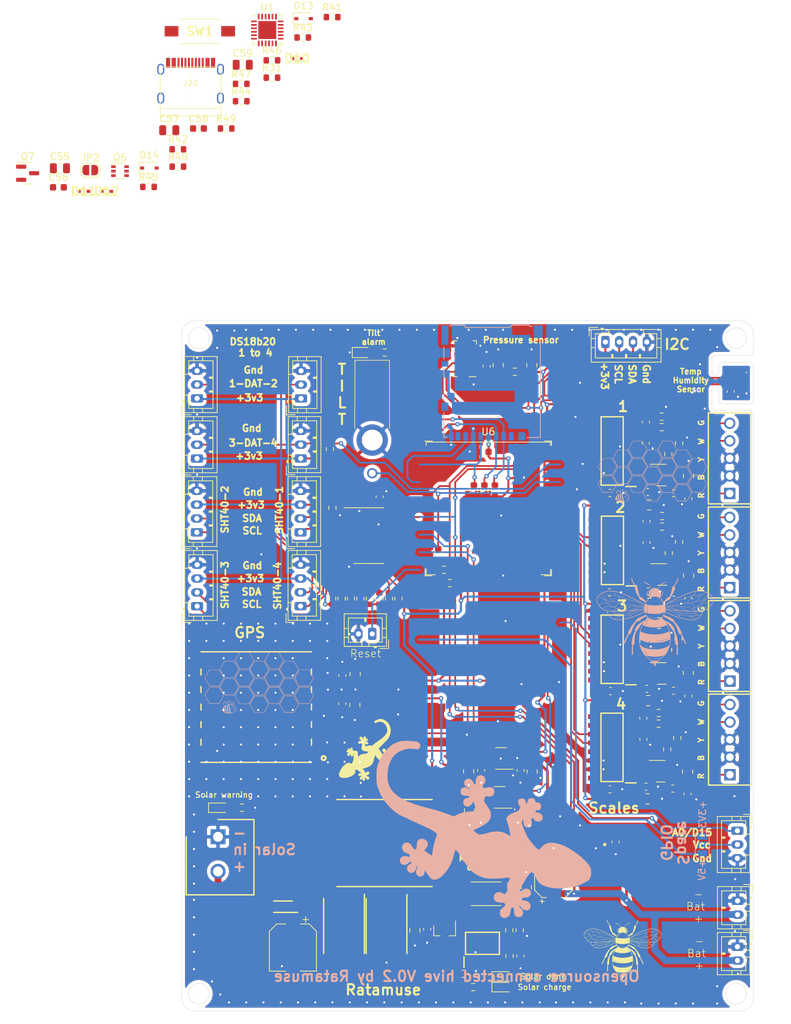
<source format=kicad_pcb>
(kicad_pcb (version 20211014) (generator pcbnew)
  (layers (0 "F.Cu" signal) (31 "B.Cu" signal) (34 "B.Paste" user) (35 "F.Paste" user) (36 "B.SilkS" user "B.Silkscreen") (37 "F.SilkS" user "F.Silkscreen") (38 "B.Mask" user) (39 "F.Mask" user) (44 "Edge.Cuts" user))
  (net 0 "")
  (net 1 "GND")
  (net 2 "+3V3")
  (net 3 "SCL")
  (net 4 "SDA")
  (net 5 "Net-(C13-Pad1)")
  (net 9 "+5V")
  (net 10 "VBAT")
  (net 12 "Net-(D6-Pad2)")
  (net 13 "Vsolar")
  (net 14 "Net-(D5-Pad1)")
  (net 15 "Net-(IC1-Pad10)")
  (net 16 "Net-(IC1-Pad8)")
  (net 17 "Net-(IC1-Pad6)")
  (net 18 "Net-(IC1-Pad5)")
  (net 19 "Net-(C4-Pad1)")
  (net 20 "Net-(C7-Pad2)")
  (net 21 "Net-(D1-Pad2)")
  (net 22 "Net-(D1-Pad1)")
  (net 23 "Net-(D3-Pad2)")
  (net 24 "Net-(D3-Pad1)")
  (net 25 "Net-(D4-Pad1)")
  (net 26 "DS18b20")
  (net 30 "Net-(D7-Pad2)")
  (net 31 "Net-(J4-Pad2)")
  (net 32 "TX_GPS")
  (net 33 "RX_GPS")
  (net 34 "INT1")
  (net 36 "A0{slash}D15")
  (net 37 "VCC")
  (net 38 "DAT1")
  (net 39 "CLK1")
  (net 40 "DAT3")
  (net 41 "CLK3")
  (net 42 "DAT2")
  (net 43 "CLK2")
  (net 44 "Tilt_led_alarm")
  (net 45 "VCC_GPS")
  (net 46 "Start_GPS")
  (net 48 "DAT4")
  (net 49 "CLK4")
  (net 51 "SD3-CS-D7")
  (net 52 "CMD-MOSI-D8")
  (net 53 "CLK-SCK-D9")
  (net 54 "SDO-MISO-D10")
  (net 56 "Net-(C22-Pad1)")
  (net 57 "Net-(C24-Pad1)")
  (net 58 "Net-(C24-Pad2)")
  (net 59 "Net-(C25-Pad2)")
  (net 60 "Net-(IC5-Pad2)")
  (net 61 "Net-(IC5-Pad3)")
  (net 62 "Net-(IC5-Pad4)")
  (net 66 "Net-(J15-Pad4)")
  (net 67 "Net-(J15-Pad5)")
  (net 68 "Net-(C29-Pad1)")
  (net 69 "Net-(C31-Pad1)")
  (net 70 "Net-(C31-Pad2)")
  (net 71 "Net-(C32-Pad2)")
  (net 72 "Net-(IC6-Pad2)")
  (net 73 "Net-(IC6-Pad3)")
  (net 74 "Net-(IC6-Pad4)")
  (net 78 "Net-(J16-Pad4)")
  (net 79 "Net-(J16-Pad5)")
  (net 80 "Net-(C36-Pad1)")
  (net 81 "Net-(C38-Pad1)")
  (net 82 "Net-(C38-Pad2)")
  (net 83 "Net-(C39-Pad2)")
  (net 84 "Net-(IC7-Pad2)")
  (net 85 "Net-(IC7-Pad3)")
  (net 86 "Net-(IC7-Pad4)")
  (net 90 "Net-(J2-Pad4)")
  (net 91 "Net-(J2-Pad5)")
  (net 92 "Net-(C43-Pad1)")
  (net 93 "Net-(C45-Pad1)")
  (net 94 "Net-(C45-Pad2)")
  (net 95 "Net-(C46-Pad2)")
  (net 96 "Net-(IC8-Pad2)")
  (net 97 "Net-(IC8-Pad3)")
  (net 98 "Net-(IC8-Pad4)")
  (net 102 "Net-(J10-Pad4)")
  (net 103 "Net-(J10-Pad5)")
  (net 104 "Reset-button")
  (net 105 "SC0")
  (net 106 "SD0")
  (net 107 "SC3")
  (net 108 "SD3")
  (net 109 "SC1")
  (net 110 "SD1")
  (net 111 "SC2")
  (net 112 "SD2")
  (net 113 "Net-(R32-Pad1)")
  (net 122 "Start_modules")
  (net 124 "EN")
  (net 125 "VBUS")
  (net 126 "USBD_P")
  (net 127 "USBD_N")
  (net 128 "Net-(D13-Pad1)")
  (net 129 "CE")
  (net 130 "RTS")
  (net 131 "DTR")
  (net 132 "IO0")
  (net 133 "Net-(D8-Pad2)")
  (net 134 "Net-(D9-Pad2)")
  (net 135 "Net-(R41-Pad1)")
  (net 136 "RXLED")
  (net 137 "TXLED")
  (net 138 "UOTXD")
  (net 139 "UORXD")
  (net 141 "Net-(J20-PadB5)")
  (net 142 "Net-(J20-PadA5)")
  (net 143 "Net-(J20-PadS1)")
  (net 145 "Net-(R47-Pad1)")
  (net 156 "Net-(U6-Pad1)")
  (footprint "Capacitor_SMD:CP_Elec_6.3x7.7" (layer "F.Cu") (at 102.625 159.81 -90)
    (fp_text reference "C1" hide)
    (fp_text value "100µF/35V")
  )
  (footprint "Capacitor_SMD:C_0603_1608Metric" (layer "F.Cu") (at 122.06 157.16 -90)
    (fp_text reference "C2" hide)
    (fp_text value "470nF/50V")
  )
  (footprint "Capacitor_SMD:C_0805_2012Metric" (layer "F.Cu") (at 120.29 157.34 -90)
    (fp_text reference "C3" hide)
    (fp_text value "4.7µF/50V")
  )
  (footprint "Capacitor_SMD:C_0603_1608Metric" (layer "F.Cu") (at 135.56 161.05 -90)
    (fp_text reference "C4" hide)
    (fp_text value "220nF")
  )
  (footprint "Capacitor_SMD:C_0603_1608Metric" (layer "F.Cu") (at 149.347466 144.532466 -90)
    (fp_text reference "C5" hide)
    (fp_text value "0.1µF")
  )
  (footprint "Capacitor_SMD:C_0603_1608Metric" (layer "F.Cu") (at 127.27 163.6)
    (fp_text reference "C7" hide)
    (fp_text value "0.1µF/50V")
  )
  (footprint "Capacitor_SMD:C_0805_2012Metric" (layer "F.Cu") (at 136.41 151.085 90)
    (fp_text reference "C8" hide)
    (fp_text value "10µF")
  )
  (footprint "Capacitor_SMD:CP_Elec_5x5.4" (layer "F.Cu") (at 140.38 149.81 90)
    (fp_text reference "C9" hide)
    (fp_text value "10µF")
  )
  (footprint "Capacitor_SMD:C_0603_1608Metric" (layer "F.Cu") (at 166.012609 79.332391 -90)
    (fp_text reference "C10" hide)
    (fp_text value "0.1µF")
  )
  (footprint "LED_SMD:LED_0603_1608Metric_Castellated" (layer "F.Cu") (at 92.09 139.58)
    (fp_text reference "D1" hide)
    (fp_text value "LED")
  )
  (footprint "Empreintes:SODFL3616X98N" (layer "F.Cu") (at 101.2 153.9 180)
    (fp_text reference "D2" hide)
    (fp_text value "MBR230LSFT1G" hide)
  )
  (footprint "LED_SMD:LED_0603_1608Metric_Castellated" (layer "F.Cu") (at 133.12 165.542)
    (fp_text reference "D3" hide)
    (fp_text value "LED")
  )
  (footprint "LED_SMD:LED_0603_1608Metric_Castellated" (layer "F.Cu") (at 133.14 163.992)
    (fp_text reference "D4" hide)
    (fp_text value "LED")
  )
  (footprint "Empreintes:DIOM8059X256N" (layer "F.Cu") (at 116.18 156.71 -90)
    (fp_text reference "D5" hide)
    (fp_text value "SS34" hide)
  )
  (footprint "Empreintes:DIOM8059X256N" (layer "F.Cu") (at 110.025 156.685 -90)
    (fp_text reference "D6" hide)
    (fp_text value "SS34" hide)
  )
  (footprint "Empreintes:SOP100P600X175-10N" (layer "F.Cu") (at 130.07 159.2 90)
    (fp_text reference "IC1" hide)
    (fp_text value "CN3791" hide)
  )
  (footprint "Empreintes:SHDR2W90P0X500_1X2_1060X980X1380P" (layer "F.Cu") (at 91.78 143.785 -90)
    (fp_text reference "J1" hide)
    (fp_text value "Conn_01x02" hide)
  )
  (footprint "Connector_JST:JST_PH_B4B-PH-K_1x04_P2.00mm_Vertical" (layer "F.Cu") (at 147.87 72.18)
    (fp_text reference "J5" hide)
    (fp_text value "Conn_01x04")
  )
  (footprint "Empreintes:INDPM138126X700N" (layer "F.Cu") (at 115.89 144.69)
    (fp_text reference "L1" hide)
    (fp_text value "82µH/3A" hide)
  )
  (footprint "Package_TO_SOT_SMD:SOT-23" (layer "F.Cu") (at 124.59 157.35 -90)
    (fp_text reference "Q1" hide)
    (fp_text value "AO3401A")
  )
  (footprint "Resistor_SMD:R_0603_1608Metric" (layer "F.Cu") (at 95.25 139.57)
    (fp_text reference "R1" hide)
    (fp_text value "2K")
  )
  (footprint "Resistor_SMD:R_0603_1608Metric" (layer "F.Cu") (at 133.99 161.05 90)
    (fp_text reference "R2" hide)
    (fp_text value "120")
  )
  (footprint "Resistor_SMD:R_0603_1608Metric" (layer "F.Cu") (at 128.72 165.54)
    (fp_text reference "R3" hide)
    (fp_text value "10K")
  )
  (footprint "Resistor_SMD:R_0603_1608Metric" (layer "F.Cu") (at 135.46 157.31 -90)
    (fp_text reference "R4" hide)
    (fp_text value "10K")
  )
  (footprint "Resistor_SMD:R_0603_1608Metric" (layer "F.Cu") (at 133.96 157.31 90)
    (fp_text reference "R5" hide)
    (fp_text value "30K")
  )
  (footprint "Resistor_SMD:R_2512_6332Metric" (layer "F.Cu") (at 130.6 152.03)
    (fp_text reference "R6" hide)
    (fp_text value "0.24R")
  )
  (footprint "Resistor_SMD:R_0603_1608Metric" (layer "F.Cu") (at 125.33 107.07 180)
    (fp_text reference "R7" hide)
    (fp_text value "2.2K")
  )
  (footprint "Resistor_SMD:R_0603_1608Metric" (layer "F.Cu") (at 124.49 105.14 180)
    (fp_text reference "R8" hide)
    (fp_text value "2.2K")
  )
  (footprint "Connector_JST:JST_PH_B2B-PH-K_1x02_P2.00mm_Vertical" (layer "F.Cu") (at 167.01 153.05 -90)
    (fp_text reference "J6" hide)
    (fp_text value "Conn_01x02")
  )
  (footprint "Connector_JST:JST_PH_B2B-PH-K_1x02_P2.00mm_Vertical" (layer "F.Cu") (at 166.99 159.69 -90)
    (fp_text reference "J7" hide)
    (fp_text value "Conn_01x02")
  )
  (footprint "Empreintes:SON50P200X200X80-9N-D" (layer "F.Cu") (at 146.397466 143.507466 180)
    (fp_text reference "IC2" hide)
    (fp_text value "MAX17048G+" hide)
  )
  (footprint "Connector_JST:JST_PH_B3B-PH-K_1x03_P2.00mm_Vertical" (layer "F.Cu") (at 88.74 89.04 90)
    (fp_text reference "J8" hide)
    (fp_text value "Conn_01x03")
  )
  (footprint "Connector_JST:JST_PH_B3B-PH-K_1x03_P2.00mm_Vertical" (layer "F.Cu") (at 88.75 80.34 90)
    (fp_text reference "J9" hide)
    (fp_text value "Conn_01x03")
  )
  (footprint "Connector_JST:JST_PH_B3B-PH-K_1x03_P2.00mm_Vertical" (layer "F.Cu") (at 103.76 89.03 90)
    (fp_text reference "J3" hide)
    (fp_text value "Conn_01x03")
  )
  (footprint "Empreintes:L80-M39" (layer "F.Cu") (at 89.565 119.93)
    (fp_text reference "IC3" hide)
    (fp_text value "L86-M33" hide)
  )
  (footprint "Empreintes:SHT41AD1BR3" (layer "F.Cu") (at 167.887609 77.857391 -90)
    (fp_text reference "IC4" hide)
    (fp_text value "SHT41-AD1B-R3" hide)
  )
  (footprint "Capacitor_SMD:C_0603_1608Metric" (layer "F.Cu") (at 109.765 124.525 -90)
    (fp_text reference "C6" hide)
    (fp_text value "0.1µF")
  )
  (footprint "Capacitor_SMD:C_0805_2012Metric" (layer "F.Cu") (at 111.59 124.7 -90)
    (fp_text reference "C11" hide)
    (fp_text value "10µF")
  )
  (footprint "Resistor_SMD:R_0603_1608Metric" (layer "F.Cu") (at 123.66 102.92 90)
    (fp_text reference "R10" hide)
    (fp_text value "100k")
  )
  (footprint "Empreintes:RB231X2" (layer "F.Cu") (at 114.11 87.22 90)
    (fp_text reference "S1" hide)
    (fp_text value "RB231X2" hide)
  )
  (footprint "Capacitor_SMD:C_0805_2012Metric" (layer "F.Cu") (at 128.07 134.31 -90)
    (fp_text reference "C18" hide)
    (fp_text value "10µF")
  )
  (footprint "Capacitor_SMD:C_0603_1608Metric" (layer "F.Cu") (at 109.78 120.44 90)
    (fp_text reference "C20" hide)
    (fp_text value "0.1µF")
  )
  (footprint "Resistor_SMD:R_0603_1608Metric" (layer "F.Cu") (at 158.54 86.83 90)
    (fp_text reference "R17")
    (fp_text value "8.2K")
  )
  (footprint "Capacitor_SMD:C_0805_2012Metric" (layer "F.Cu") (at 159.9 91.55 90)
    (fp_text reference "C23")
    (fp_text value "10µF")
  )
  (footprint "Resistor_SMD:R_0603_1608Metric" (layer "F.Cu") (at 104.05 28.11)
    (fp_text reference "R43")
    (fp_text value "1K")
  )
  (footprint "Capacitor_SMD:C_0805_2012Metric" (layer "F.Cu") (at 136.85375 139.98 -90)
    (fp_text reference "C52")
    (fp_text value "0.1µF")
  )
  (footprint "Package_TO_SOT_SMD:SOT-363_SC-70-6" (layer "F.Cu") (at 77.59 47.45)
    (fp_text reference "Q6")
    (fp_text value "UMH3N")
  )
  (footprint "Resistor_SMD:R_0603_1608Metric" (layer "F.Cu") (at 108.34 96.17 90)
    (fp_text reference "R32")
    (fp_text value "10K")
  )
  (footprint "Capacitor_SMD:C_0805_2012Metric" (layer "F.Cu") (at 159.77 134.35 90)
    (fp_text reference "C44")
    (fp_text value "10µF")
  )
  (footprint "Connector_JST:JST_PH_B3B-PH-K_1x03_P2.00mm_Vertical" (layer "F.Cu") (at 103.8 80.35 90)
    (fp_text reference "J14" hide)
    (fp_text value "Conn_01x03")
  )
  (footprint "Package_TO_SOT_SMD:SOT-23" (layer "F.Cu") (at 155.89 134.29)
    (fp_text reference "Q5")
    (fp_text value "MMBT4403")
  )
  (footprint "Capacitor_SMD:C_0603_1608Metric" (layer "F.Cu") (at 135.23375 139.81 -90)
    (fp_text reference "C51")
    (fp_text value "10µF")
  )
  (footprint "Resistor_SMD:R_0603_1608Metric" (layer "F.Cu") (at 158.28 129.5 90)
    (fp_text reference "R29")
    (fp_text value "8.2K")
  )
  (footprint "Resistor_SMD:R_0603_1608Metric" (layer "F.Cu") (at 108.3 25.16)
    (fp_text reference "R41")
    (fp_text value "22.1K")
  )
  (footprint "Resistor_SMD:R_0603_1608Metric" (layer "F.Cu") (at 156.98 88.41 90)
    (fp_text reference "R16")
    (fp_text value "20K")
  )
  (footprint "Empreintes:connecteurs5" (layer "F.Cu") (at 165.87 107.72 90)
    (fp_text reference "J16")
    (fp_text value "Conn_01x05" hide)
  )
  (footprint "Connector_JST:JST_PH_B2B-PH-K_1x02_P2.00mm_Vertical" (layer "F.Cu") (at 114.11 114.42 180)
    (fp_text reference "J19")
    (fp_text value "Conn_01x02")
  )
  (footprint "Capacitor_SMD:C_0603_1608Metric" (layer "F.Cu") (at 153.37 112.33 90)
    (fp_text reference "C38")
    (fp_text value "0.1µF")
  )
  (footprint "Capacitor_SMD:C_0603_1608Metric" (layer "F.Cu") (at 148.6 122.7)
    (fp_text reference "C41")
    (fp_text value "0.1µF")
  )
  (footprint "Diode_SMD:D_SOD-323" (layer "F.Cu") (at 81.84 47)
    (fp_text reference "D14")
    (fp_text value "D_Schottky")
  )
  (footprint "Capacitor_SMD:C_0603_1608Metric" (layer "F.Cu") (at 154.04 108.27)
    (fp_text reference "C33")
    (fp_text value "0.1µF")
  )
  (footprint "Resistor_SMD:R_0603_1608Metric" (layer "F.Cu") (at 109.67 109.31 -90)
    (fp_text reference "R40")
    (fp_text value "10K")
  )
  (footprint "Resistor_SMD:R_0603_1608Metric" (layer "F.Cu") (at 99.59 33.92)
    (fp_text reference "R31")
    (fp_text value "1M")
  )
  (footprint "Resistor_SMD:R_0603_1608Metric" (layer "F.Cu") (at 112.4 109.31 -90)
    (fp_text reference "R38")
    (fp_text value "10K")
  )
  (footprint "Inductor_SMD:L_0603_1608Metric" (layer "F.Cu") (at 157.73 122.64 180)
    (fp_text reference "L4")
    (fp_text value "3.3µH")
  )
  (footprint "Resistor_SMD:R_0603_1608Metric" (layer "F.Cu") (at 92.96 41.28)
    (fp_text reference "R49")
    (fp_text value "10K")
  )
  (footprint "Resistor_SMD:R_0603_1608Metric" (layer "F.Cu") (at 115.15 109.31 -90)
    (fp_text reference "R36")
    (fp_text value "10K")
  )
  (footprint "Capacitor_SMD:C_0603_1608Metric" (layer "F.Cu") (at 159.92 109.25 -90)
    (fp_text reference "C29")
    (fp_text value "0.1µF")
  )
  (footprint "Capacitor_SMD:C_0805_2012Metric" (layer "F.Cu") (at 159.92 105.99 90)
    (fp_text reference "C30")
    (fp_text value "10µF")
  )
  (footprint "LED_SMD:LED_0603_1608Metric" (layer "F.Cu") (at 112.7 73.7)
    (fp_text reference "D7" hide)
    (fp_text value "LED")
  )
  (footprint "Resistor_SMD:R_0603_1608Metric" (layer "F.Cu") (at 158.46 115.1 90)
    (fp_text reference "R25")
    (fp_text value "8.2K")
  )
  (footprint "Capacitor_SMD:C_0805_2012Metric" (layer "F.Cu") (at 154.23 109.99)
    (fp_text reference "C35")
    (fp_text value "10µF")
  )
  (footprint "Capacitor_SMD:C_0805_2012Metric" (layer "F.Cu") (at 153.97 138.29)
    (fp_text reference "C49")
    (fp_text value "10µF")
  )
  (footprint "Empreintes:connecteurs5" (layer "F.Cu") (at 165.9 121.25 90)
    (fp_text reference "J2")
    (fp_text value "Conn_01x05" hide)
  )
  (footprint "Package_TO_SOT_SMD:SOT-23" (layer "F.Cu") (at 156.09 105.82)
    (fp_text reference "Q3")
    (fp_text value "MMBT4403")
  )
  (footprint "Package_SO:TSSOP-24_4.4x7.8mm_P0.65mm" (layer "F.Cu") (at 113.61 100.2)
    (fp_text reference "U4")
    (fp_text value "TCA9548APWR")
  )
  (footprint "Resistor_SMD:R_0603_1608Metric" (layer "F.Cu") (at 108.31 109.31 -90)
    (fp_text reference "R39")
    (fp_text value "10K")
  )
  (footprint "Empreintes:SODFL1406X65N" (layer "F.Cu") (at 72.325 50.375)
    (fp_text reference "D11")
    (fp_text value "SP1003-01DTG" hide)
  )
  (footprint "Package_TO_SOT_SMD:SOT-23-5" (layer "F.Cu") (at 132.54375 138.08 180)
    (fp_text reference "U5")
    (fp_text value "XC6220B331MR")
  )
  (footprint "Package_DFN_QFN:QFN-24-1EP_4x4mm_P0.5mm_EP2.6x2.6mm" (layer "F.Cu") (at 98.92 27.03)
    (fp_text reference "U1")
    (fp_text value "CP2102N-A02-GQFN24")
  )
  (footprint "Empreintes:PTS636SL43SMTRLFS" (layer "F.Cu") (at 89.145 27.205)
    (fp_text reference "SW1")
    (fp_text value "SW_Push" hide)
  )
  (footprint "Resistor_SMD:R_0603_1608Metric" (layer "F.Cu") (at 156.82 131.12 90)
    (fp_text reference "R28")
    (fp_text value "20K")
  )
  (footprint "Capacitor_SMD:C_0603_1608Metric" (layer "F.Cu") (at 159.9 94.86 -90)
    (fp_text reference "C22")
    (fp_text value "0.1µF")
  )
  (footprint "Capacitor_SMD:C_0805_2012Metric" (layer "F.Cu") (at 137.225 75.53 90)
    (fp_text reference "C12" hide)
    (fp_text value "10µF")
  )
  (footprint "Capacitor_SMD:C_0603_1608Metric" (layer "F.Cu") (at 159.87 123.41 -90)
    (fp_text reference "C36")
    (fp_text value "0.1µF")
  )
  (footprint "Resistor_SMD:R_0603_1608Metric" (layer "F.Cu") (at 95.14 34.82)
    (fp_text reference "R47")
    (fp_text value "1K")
  )
  (footprint "Capacitor_SMD:C_0603_1608Metric" (layer "F.Cu") (at 153.88 122.37)
    (fp_text reference "C40")
    (fp_text value "0.1µF")
  )
  (footprint "Resistor_SMD:R_0603_1608Metric" (layer "F.Cu") (at 115.91 73.7)
    (fp_text reference "R11" hide)
    (fp_text value "10K")
  )
  (footprint "Capacitor_SMD:C_0603_1608Metric" (layer "F.Cu") (at 148.53 136.92)
    (fp_text reference "C48")
    (fp_text value "0.1µF")
  )
  (footprint "Capacitor_SMD:C_0603_1608Metric" (layer "F.Cu") (at 135.59 134.17 -90)
    (fp_text reference "C15" hide)
    (fp_text value "0.1µF")
  )
  (footprint "Resistor_SMD:R_0603_1608Metric" (layer "F.Cu") (at 134.75 76.48)
    (fp_text reference "FB1" hide)
    (fp_text value "FerriteBead")
  )
  (footprint "Capacitor_SMD:C_0603_1608Metric" (layer "F.Cu") (at 148.45 108.41)
    (fp_text reference "C34")
    (fp_text value "0.1µF")
  )
  (footprint "Resistor_SMD:R_0603_1608Metric" (layer "F.Cu") (at 99.59 31.41)
    (fp_text reference "R46")
    (fp_text value "5.1K")
  )
  (footprint "Inductor_SMD:L_0603_1608Metric" (layer "F.Cu") (at 157.74 94.06 180)
    (fp_text reference "L2")
    (fp_text value "3.3µH")
  )
  (footprint "Inductor_SMD:L_0603_1608Metric" (layer "F.Cu") (at 157.62 136.81 180)
    (fp_text reference "L5")
    (fp_text value "3.3µH")
  )
  (footprint "Espressif:ESP32-S3-WROOM-1U" (layer "F.Cu") (at 130.92 96.11)
    (fp_text reference "U6")
    (fp_text value "ESP32-S3-WROOM-2")
  )
  (footprint "Capacitor_SMD:C_0805_2012Metric" (layer "F.Cu") (at 111.64 120.23 90)
    (fp_text reference "C21" hide)
    (fp_text value "4.7µF")
  )
  (footprint "Resistor_SMD:R_0603_1608Metric" (layer "F.Cu") (at 155.64 111.56)
    (fp_text reference "R27")
    (fp_text value "100")
  )
  (footprint "Empreintes:SOIC127P600X160-16N" (layer "F.Cu") (at 148.89 102.33 180)
    (fp_text reference "IC6")
    (fp_text value "HX711" hide)
  )
  (footprint "Resistor_SMD:R_0603_1608Metric" (layer "F.Cu") (at 128.82 93.71 90)
    (fp_text reference "R15" hide)
    (fp_text value "10k")
  )
  (footprint "Connector_JST:JST_PH_B3B-PH-K_1x03_P2.00mm_Vertical" (layer "F.Cu") (at 166.98 142.9 -90)
    (fp_text reference "J4")
    (fp_text value "Conn_01x03")
  )
  (footprint "Empreintes:bee" (layer "F.Cu") (at 154.087812 160.057451)
    (fp_text reference "G***" hide)
    (fp_text value "LOGO" hide)
  )
  (footprint "Empreintes:SOIC127P600X160-16N" (layer "F.Cu") (at 148.85 116.64 180)
    (fp_text reference "IC7")
    (fp_text value "HX711" hide)
  )
  (footprint "Resistor_SMD:R_0603_1608Metric" (layer "F.Cu") (at 85.97 46.8)
    (fp_text reference "R48")
    (fp_text value "10K")
  )
  (footprint "Capacitor_SMD:C_0603_1608Metric" (layer "F.Cu") (at 130.17 88.08 180)
    (fp_text reference "C19" hide)
    (fp_text value "0.1µF")
  )
  (footprint "Resistor_SMD:R_0603_1608Metric" (layer "F.Cu") (at 157.04 102.72 90)
    (fp_text reference "R20")
    (fp_text value "20K")
  )
  (footprint "Resistor_SMD:R_0603_1608Metric" (layer "F.Cu") (at 155.57 127.4)
    (fp_text reference "R30")
    (fp_text value "100")
  )
  (footprint "Resistor_SMD:R_0603_1608Metric" (layer "F.Cu") (at 117.91 109.31 -90)
    (fp_text reference "R34")
    (fp_text value "10K")
  )
  (footprint "Empreintes:Logo Ratamuse petit" (layer "F.Cu") (at 113.07 131.57 -160)
    (fp_text reference "G***" hide)
    (fp_text value "LOGO" hide)
  )
  (footprint "Fiducial:Fiducial_1mm_Mask3mm" (layer "F.Cu") (at 92.24 162.03)
    (fp_text reference "FID4" hide)
    (fp_text value "Fiducial")
  )
  (footprint "Capacitor_SMD:C_0805_2012Metric" (layer "F.Cu") (at 154.2 95.75)
    (fp_text reference "C27")
    (fp_text value "10µF")
  )
  (footprint "Fiducial:Fiducial_1mm_Mask3mm" (layer "F.Cu") (at 104.41 72.19)
    (fp_text reference "FID1" hide)
    (fp_text value "Fiducial")
  )
  (footprint "Capacitor_SMD:C_0805_2012Metric" (layer "F.Cu") (at 154.07 124.08)
    (fp_text reference "C42")
    (fp_text value "10µF")
  )
  (footprint "Capacitor_SMD:C_0603_1608Metric" (layer "F.Cu") (at 148.52 94.02)
    (fp_text reference "C28")
    (fp_text value "0.1µF")
  )
  (footprint "Capacitor_SMD:C_0603_1608Metric" (layer "F.Cu") (at 153.82 98.12 90)
    (fp_text reference "C31")
    (fp_text value "0.1µF")
  )
  (footprint "Empreintes:SOIC127P600X160-16N" (layer "F.Cu") (at 148.83 130.84 180)
    (fp_text reference "IC8")
    (fp_text value "HX711" hide)
  )
  (footprint "Resistor_SMD:R_0603_1608Metric" (layer "F.Cu") (at 155.64 113.11)
    (fp_text reference "R26")
    (fp_text value "100")
  )
  (footprint "Capacitor_SMD:C_0603_1608Metric" (layer "F.Cu") (at 129.84375 139.81 -90)
    (fp_text reference "C53")
    (fp_text value "0.1µF")
  )
  (footprint "Diode_SMD:D_SOD-323" (layer "F.Cu") (at 104.17 25.38)
    (fp_text reference "D13")
    (fp_text value "D_Schottky")
  )
  (footprint "Capacitor_SMD:C_0603_1608Metric" (layer "F.Cu") (at 153.76 136.53)
    (fp_text reference "C47")
    (fp_text value "0.1µF")
  )
  (footprint "Capacitor_SMD:C_0603_1608Metric" (layer "F.Cu") (at 154.01 93.89)
    (fp_text reference "C26")
    (fp_text value "0.1µF")
  )
  (footprint "Empreintes:TYPE-C-31-M-12" (layer "F.Cu") (at 87.815 36.88)
    (fp_text reference "J20")
    (fp_text value "USB_C_Receptacle_USB2.0 USB4105-GF-A ")
  )
  (footprint "Capacitor_SMD:C_0805_2012Metric" (layer "F.Cu") (at 68.89 47.03)
    (fp_text reference "C55")
    (fp_text value "4.7µF")
  )
  (footprint "Package_TO_SOT_SMD:SOT-23" (layer "F.Cu") (at 64.22 47.75)
    (fp_text reference "Q7")
    (fp_text value "DMG2301L")
  )
  (footprint "Resistor_SMD:R_0603_1608Metric" (layer "F.Cu") (at 158.54 101.09 90)
    (fp_text reference "R21")
    (fp_text value "8.2K")
  )
  (footprint "Resistor_SMD:R_0603_1608Metric" (layer "F.Cu") (at 130.35 93.71 90)
    (fp_text reference "R14" hide)
    (fp_text value "10k")
  )
  (footprint "Capacitor_SMD:C_0805_2012Metric" (layer "F.Cu") (at 84.72 41.53)
    (fp_text reference "C57")
    (fp_text value "22µF")
  )
  (footprint "Connector_JST:JST_PH_B4B-PH-K_1x04_P2.00mm_Vertical" (layer "F.Cu") (at 103.73 99.72 90)
    (fp_text reference "J11")
    (fp_text value "Conn_01x04")
  )
  (footprint "Capacitor_SMD:C_0603_1608Metric" (layer "F.Cu") (at 68.67 49.79)
    (fp_text reference "C56")
    (fp_text value "0.1µF")
  )
  (footprint "Capacitor_SMD:C_0603_1608Metric" (layer "F.Cu") (at 130.675 75.68 90)
    (fp_text reference "C14" hide)
    (fp_text value "0.1µF")
  )
  (footprint "Resistor_SMD:R_0603_1608Metric" (layer "F.Cu") (at 111.02 109.31 -90)
    (fp_text reference "R37")
    (fp_text value "10K")
  )
  (footprint "Resistor_SMD:R_0603_1608Metric" (layer "F.Cu") (at 85.97 44.29)
    (fp_text reference "R42")
    (fp_text value "1K")
  )
  (footprint "Package_TO_SOT_SMD:SOT-23" (layer "F.Cu") (at 156.01 120.14)
    (fp_text reference "Q4")
    (fp_text value "MMBT4403")
  )
  (footprint "Empreintes:SODFL1406X65N" (layer "F.Cu") (at 103.245 31.155)
    (fp_text reference "D10")
    (fp_text value "SP1003-01DTG" hide)
  )
  (footprint "Capacitor_SMD:C_0603_1608Metric" (layer "F.Cu") (at 153.71 86.81 90)
    (fp_text reference "C25")
    (fp_text value "0.1µF")
  )
  (footprint "Jumper:SolderJumper-2_P1.3mm_Open_RoundedPad1.0x1.5mm" (layer "F.Cu") (at 73.29 47.3)
    (fp_text reference "JP2")
    (fp_text value "SolderJumper_2_Open")
  )
  (footprint "Resistor_SMD:R_0603_1608Metric" (layer "F.Cu") (at 116.53 109.31 -90)
    (fp_text reference "R33")
    (fp_text value "10K")
  )
  (footprint "Fiducial:Fiducial_1mm_Mask3mm" (layer "F.Cu") (at 161.85 72.6)
    (fp_text reference "FID2" hide)
    (fp_text value "Fiducial")
  )
  (footprint "Resistor_SMD:R_0603_1608Metric" (layer "F.Cu") (at 156.09 98.89)
    (fp_text reference "R22")
    (fp_text value "100")
  )
  (footprint "Capacitor_SMD:C_0603_1608Metric" (layer "F.Cu") (at 153.82 101.19 90)
    (fp_text reference "C32")
    (fp_text value "0.1µF")
  )
  (footprint "Capacitor_SMD:C_0603_1608Metric" (layer "F.Cu") (at 159.77 137.59 -90)
    (fp_text reference "C43")
    (fp_text value "0.1µF")
  )
  (footprint "Resistor_SMD:R_0603_1608Metric" (layer "F.Cu") (at 113.78 109.31 -90)
    (fp_text reference "R35")
    (fp_text value "10K")
  )
  (footprint "Capacitor_SMD:C_0603_1608Metric" (layer "F.Cu") (at 115.18 94.56 90)
    (fp_text reference "C50")
    (fp_text value "0.1µF")
  )
  (footprint "Fiducial:Fiducial_1mm_Mask3mm" (layer "F.Cu") (at 160.91 165.12)
    (fp_text reference "FID3" hide)
    (fp_text value "Fiducial")
  )
  (footprint "Inductor_SMD:L_0603_1608Metric" (layer "F.Cu") (at 157.79 108.45 180)
    (fp_text reference "L3")
    (fp_text value "3.3µH")
  )
  (footprint "Empreintes:SOIC127P600X160-16N" (layer "F.Cu") (at 148.848 87.945 180)
    (fp_text reference "IC5")
    (fp_text value "HX711" hide)
  )
  (footprint "Capacitor_SMD:C_0603_1608Metric" (layer "F.Cu") (at 153.73 83.76 90)
    (fp_text reference "C24")
    (fp_text value "0.1µF")
  )
  (footprint "Capacitor_SMD:C_0805_2012Metric" (layer "F.Cu") (at 128.20375 139.98 -90)
    (fp_text reference "C54")
    (fp_text value "10µF")
  )
  (footprint "Resistor_SMD:R_0603_1608Metric" (layer "F.Cu") (at 107.98 87.68 -90)
    (fp_text reference "R9" hide)
    (fp_text value "4.7K")
  )
  (footprint "Resistor_SMD:R_0603_1608Metric" (layer "F.Cu") (at 155.58 125.87)
    (fp_text reference "R31")
    (fp_text value "100")
  )
  (footprint "Capacitor_SMD:C_0603_1608Metric" (layer "F.Cu") (at 153.36 126.62 90)
    (fp_text reference "C45")
    (fp_text value "0.1µF")
  )
  (footprint "Empreintes:connecteurs5" (layer "F.Cu") (at 165.9 134.8 90)
    (fp_text reference "J10")
    (fp_text value "Conn_01x05" hide)
  )
  (footprint "Capacitor_SMD:C_0805_2012Metric" (layer "F.Cu") (at 132.35 75.53 90)
    (fp_text reference "C13" hide)
    (fp_text value "10µF")
  )
  (footprint "Package_LGA:LGA-8_3x5mm_P1.25mm" (layer "F.Cu") (at 127.545 74.6 180)
    (fp_text reference "U2" hide)
    (fp_text value "MS5611-01BA")
  )
  (footprint "Resistor_SMD:R_0603_1608Metric" (layer "F.Cu") (at 95.14 37.33)
    (fp_text reference "R44")
    (fp_text value "47.5k")
  )
  (footprint "Capacitor_SMD:C_0805_2012Metric" (layer "F.Cu") (at 137.26 134.34 -90)
    (fp_text reference "C16" hide)
    (fp_text value "10µF")
  )
  (footprint "Capacitor_SMD:C_0805_2012Metric" (layer "F.Cu") (at 95.36 32.06)
    (fp_text reference "C59")
    (fp_text value "22µF")
  )
  (footprint "Connector_JST:JST_PH_B4B-PH-K_1x04_P2.00mm_Vertical" (layer "F.Cu") (at 88.76 110.41 90)
    (fp_text reference "J12")
    (fp_text value "Conn_01x04")
  )
  (footprint "Capacitor_SMD:C_0805_2012Metric" (layer "F.Cu") (at 159.87 120.07 90)
    (fp_text reference "C37")
    (fp_text value "10µF")
  )
  (footprint "Package_TO_SOT_SMD:SOT-23-5" (layer "F.Cu") (at 132.75 132.44 180)
    (fp_text reference "U3" hide)
    (fp_text value "XC6220B331MR")
  )
  (footprint "Connector_JST:JST_PH_B4B-PH-K_1x04_P2.00mm_Vertical" (layer "F.Cu") (at 88.71 99.72 90)
    (fp_text reference "J17")
    (fp_text value "Conn_01x04")
  )
  (footprint "Capacitor_SMD:C_0603_1608Metric" (layer "F.Cu") (at 153.37 115.5 90)
    (fp_text reference "C39")
    (fp_text value "0.1µF")
  )
  (footprint "Capacitor_SMD:C_0603_1608Metric" (layer "F.Cu") (at 88.95 41.28)
    (fp_text reference "C58")
    (fp_text value "0.1µF")
  )
  (footprint "Capacitor_SMD:C_0603_1608Metric" (layer "F.Cu") (at 129.88 134.17 -90)
    (fp_text reference "C17" hide)
    (fp_text value "0.1µF")
  )
  (footprint "Empreintes:connecteurs5" (layer "F.Cu") (at 165.87 94.1 90)
    (fp_text reference "J15")
    (fp_text value "Conn_01x05" hide)
  )
  (footprint "Connector_JST:JST_PH_B4B-PH-K_1x04_P2.00mm_Vertical" (layer "F.Cu") (at 103.73 110.4 90)
    (fp_text reference "J18")
    (fp_text value "Conn_01x04")
  )
  (footprint "Resistor_SMD:R_0603_1608Metric" (layer "F.Cu") (at 131.87 93.71 90)
    (fp_text reference "R13" hide)
    (fp_text value "10k")
  )
  (footprint "Resistor_SMD:R_0603_1608Metric" (layer "F.Cu") (at 81.72 49.73)
    (fp_text reference "R45")
    (fp_text value "5.1K")
  )
  (footprint "Resistor_SMD:R_0603_1608Metric" (layer "F.Cu") (at 156.02 82.98)
    (fp_text reference "R19")
    (fp_text value "100")
  )
  (footprint "Resistor_SMD:R_0603_1608Metric" (layer "F.Cu") (at 156.94 116.75 90)
    (fp_text reference "R24")
    (fp_text value "20K")
  )
  (footprint "Package_TO_SOT_SMD:SOT-23" (layer "F.Cu") (at 156.01 91.43)
    (fp_text reference "Q2")
    (fp_text value "MMBT4403")
  )
  (footprint "Resistor_SMD:R_0603_1608Metric" (layer "F.Cu") (at 156.01 84.5)
    (fp_text reference "R18")
    (fp_text value "100")
  )
  (footprint "Resistor_SMD:R_0603_1608Metric" (layer "F.Cu") (at 156.09 97.37)
    (fp_text reference "R23")
    (fp_text value "100")
  )
  (footprint "Empreintes:SODFL1406X65N" (layer "F.Cu") (at 75.625 50.375)
    (fp_text reference "D12")
    (fp_text value "SP1003-01DTG" hide)
  )
  (footprint "Capacitor_SMD:C_0603_1608Metric" (layer "F.Cu") (at 153.37 129.67 90)
    (fp_text reference "C46")
    (fp_text value "0.1µF")
  )
  (footprint "Jumper:SolderJumper-3_P1.3mm_Open_RoundedPad1.0x1.5mm_NumberLabels" (layer "B.Cu") (at 161.89 144.96 -90)
    (fp_text reference "JP1" hide)
    (fp_text value "SolderJumper_3_Open")
  )
  (footprint "Empreintes:bee large" (layer "B.Cu") (at 149.438973 112.651178 180)
    (fp_text reference "G***" hide)
    (fp_text value "LOGO" hide)
  )
  (footprint "Connector_Card:microSD_HC_Hirose_DM3AT-SF-PEJM5" (layer "B.Cu") (at 131.46 78.11)
    (fp_text reference "J13" hide)
    (fp_text value "Micro_SD_Card")
  )
  (footprint "Empreintes:Logo Ratamuse" (layer "B.Cu") (at 130.28263 142.703428)
    (fp_text reference "G***" hide)
    (fp_text value "LOGO" hide)
  )
  (footprint "Empreintes:alvéoles" (layer "B.Cu") (at 154.694266 91.622034 180)
    (fp_text reference "G***" hide)
    (fp_text value "LOGO" hide)
  )
  (footprint "Empreintes:alvéoles" (layer "B.Cu") (at 97.77 122.19 180)
    (fp_text reference "G***" hide)
    (fp_text value "LOGO" hide)
  )
  (gr_line (start 88.5 169.01) (end 167.3 169.01) (layer "Edge.Cuts") (width 0.05))
  (gr_line (start 169.3 80.61) (end 169.3 75.61) (layer "Edge.Cuts") (width 0.05))
  (gr_arc (start 167.3 69.1) (mid 168.717745 69.689326) (end 169.3 71.11) (layer "Edge.Cuts") (width 0.05))
  (gr_line (start 86.5 80.39) (end 86.5 167.11) (layer "Edge.Cuts") (width 0.05))
  (gr_line (start 164.3 76.56) (end 164.3 75.61) (layer "Edge.Cuts") (width 0.05))
  (gr_arc (start 169.3 80.61) (mid 169.153553 80.963553) (end 168.8 81.11) (layer "Edge.Cuts") (width 0.05))
  (gr_line (start 164.8 81.11) (end 168.8 81.11) (layer "Edge.Cuts") (width 0.05))
  (gr_circle (center 166.8 71.61) (end 166.8 70.11) (layer "Edge.Cuts") (width 0.05) (fill none))
  (gr_line (start 168.8 74.11) (end 163.8 74.11) (layer "Edge.Cuts") (width 0.05))
  (gr_line (start 88.5 69.1) (end 125.9 69.1) (layer "Edge.Cuts") (width 0.05))
  (gr_arc (start 168.8 75.11) (mid 169.153553 75.256447) (end 169.3 75.61) (layer "Edge.Cuts") (width 0.05))
  (gr_arc (start 163.3 74.61) (mid 163.446447 74.256447) (end 163.8 74.11) (layer "Edge.Cuts") (width 0.05))
  (gr_arc (start 163.3 79.11) (mid 163.8 78.61) (end 164.3 79.11) (layer "Edge.Cuts") (width 0.05))
  (gr_circle (center 89 166.51) (end 89 168.01) (layer "Edge.Cuts") (width 0.05) (fill none))
  (gr_line (start 168.8 82.11) (end 163.8 82.11) (layer "Edge.Cuts") (width 0.05))
  (gr_line (start 167.3 69.1) (end 125.9 69.1) (layer "Edge.Cuts") (width 0.05))
  (gr_line (start 163.3 81.61) (end 163.3 79.11) (layer "Edge.Cuts") (width 0.05))
  (gr_line (start 164.3 79.11) (end 164.3 80.61) (layer "Edge.Cuts") (width 0.05))
  (gr_arc (start 164.8 81.11) (mid 164.446447 80.963553) (end 164.3 80.61) (layer "Edge.Cuts") (width 0.05))
  (gr_arc (start 86.5 71.11) (mid 87.085184 69.692255) (end 88.5 69.1) (layer "Edge.Cuts") (width 0.05))
  (gr_arc (start 169.3 167.11) (mid 168.707846 168.489311) (end 167.3 169.01) (layer "Edge.Cuts") (width 0.05))
  (gr_arc (start 163.8 82.11) (mid 163.446447 81.963553) (end 163.3 81.61) (layer "Edge.Cuts") (width 0.05))
  (gr_arc (start 88.5 169.01) (mid 87.092154 168.489311) (end 86.5 167.11) (layer "Edge.Cuts") (width 0.05))
  (gr_arc (start 168.8 82.11) (mid 169.153553 82.256447) (end 169.3 82.61) (layer "Edge.Cuts") (width 0.05))
  (gr_circle (center 166.8 166.51) (end 166.8 168.01) (layer "Edge.Cuts") (width 0.05) (fill none))
  (gr_line (start 164.8 75.11) (end 168.8 75.11) (layer "Edge.Cuts") (width 0.05))
  (gr_line (start 169.3 73.61) (end 169.3 71.11) (layer "Edge.Cuts") (width 0.05))
  (gr_arc (start 164.3 75.61) (mid 164.446447 75.256447) (end 164.8 75.11) (layer "Edge.Cuts") (width 0.05))
  (gr_line (start 163.3 74.61) (end 163.3 76.56) (layer "Edge.Cuts") (width 0.05))
  (gr_arc (start 169.3 73.61) (mid 169.15211 73.96211) (end 168.8 74.11) (layer "Edge.Cuts") (width 0.05))
  (gr_line (start 86.5 80.39) (end 86.5 71.11) (layer "Edge.Cuts") (width 0.05))
  (gr_arc (start 164.3 76.56) (mid 163.8 77.06) (end 163.3 76.56) (layer "Edge.Cuts") (width 0.05))
  (gr_line (start 169.3 167.11) (end 169.3 82.61) (layer "Edge.Cuts") (width 0.05))
  (gr_circle (center 89 71.61) (end 89 70.11) (layer "Edge.Cuts") (width 0.05) (fill none))
  (gr_text "-\nSolar in\n+" (at 93.76 145.63) (layer "B.SilkS") (effects (font (size 1.5 1.5) (thickness 0.3)) (justify right mirror)))
  (gr_text "Opensource connected hive V0.2 by Ratamuse" (at 126.32 163.97) (layer "B.SilkS") (effects (font (size 1.5 1.5) (thickness 0.3)) (justify mirror)))
  (gr_text "Spare\nGPIO" (at 157.89 144.63 -90) (layer "B.SilkS") (effects (font (size 1.5 1.5) (thickness 0.3)) (justify mirror)))
  (gr_text "Ratamuse" (at 115.71 165.93) (layer "F.SilkS") (effects (font (size 1.5 1.5) (thickness 0.3))))
  (gr_text "-\nBat \n+" (at 161.35 153.86) (layer "F.SilkS") (effects (font (size 1.1 1.1) (thickness 0.1))))
  (gr_text "Solar warning" (at 92.65 137.71) (layer "F.SilkS") (effects (font (size 0.8 0.8))))
  (gr_text "3-DAT-4\n\n" (at 96.87 87.58) (layer "F.SilkS") (effects (font (size 1 1) (thickness 0.25))))
  (gr_text "SDA" (at 96.63 108.33) (layer "F.SilkS") (effects (font (size 1 1) (thickness 0.25))))
  (gr_text "-\nBat \n+" (at 161.48 160.65) (layer "F.SilkS") (effects (font (size 1.1 1.1) (thickness 0.1))))
  (gr_text "+3v3\n" (at 96.56 95.75) (layer "F.SilkS") (effects (font (size 1 1) (thickness 0.25))))
  (gr_text "T\nI\nL\nT" (at 109.73 79.76) (layer "F.SilkS") (effects (font (size 1.5 1.5) (thickness 0.3))))
  (gr_text "Tilt\nalarm" (at 114.32 71.52) (layer "F.SilkS") (effects (font (size 0.8 0.8) (thickness 0.2))))
  (gr_text "R   B   Y   W   G" (at 161.73 129.74 90) (layer "F.SilkS") (effects (font (size 0.8 0.8) (thickness 0.2))))
  (gr_text "Solar charge" (at 139.07 165.54) (layer "F.SilkS") (effects (font (size 0.8 0.8))))
  (gr_text "+3v3\n" (at 96.48 106.39) (layer "F.SilkS") (effects (font (size 1 1) (thickness 0.25))))
  (gr_text "1-DAT-2\n\n" (at 96.9 78.99) (layer "F.SilkS") (effects (font (size 1 1) (thickness 0.25))))
  (gr_text "I2C" (at 158.26 72.51) (layer "F.SilkS") (effects (font (size 1.5 1.5) (thickness 0.3))))
  (gr_text "SCL\n\n" (at 148.94 76.82 -90) (layer "F.SilkS") (effects (font (size 1 1) (thickness 0.25))))
  (gr_text "R   B   Y   W   G" (at 161.78 116.14 90) (layer "F.SilkS") (effects (font (size 0.8 0.8) (thickness 0.2))))
  (gr_text "SDA" (at 96.71 97.69) (layer "F.SilkS") (effects (font (size 1 1) (thickness 0.25))))
  (gr_text "Gnd" (at 96.92 76.23) (layer "F.SilkS") (effects (font (size 1 1) (thickness 0.25))))
  (gr_text "A0/D15" (at 160.43 143.16) (layer "F.SilkS") (effects (font (size 1 1) (thickness 0.25))))
  (gr_text "SHT40-2" (at 92.77 96.42 90) (layer "F.SilkS") (effects (font (size 1 1) (thickness 0.25))))
  (gr_text "+3v3\n" (at 96.36 80.25) (layer "F.SilkS") (effects (font (size 1 1) (thickness 0.25))))
  (gr_text "DS18b20 \n1 to 4" (at 97.2 72.93) (layer "F.SilkS") (effects (font (size 1 1) (thickness 0.25))))
  (gr_text "GPS" (at 96.37 114.24) (layer "F.SilkS") (effects (font (size 1.5 1.5) (thickness 0.3))))
  (gr_text "+3v3\n" (at 96.28 88.67) (layer "F.SilkS") (effects (font (size 1 1) (thickness 0.25))))
  (gr_text "Scales" (at 149.12 139.62) (layer "F.SilkS") (effects (font (size 1.5 1.5) (thickness 0.3))))
  (gr_text "Vcc" (at 161.84 144.95) (layer "F.SilkS") (effects (font (size 1 1) (thickness 0.25))))
  (gr_text "SHT40-3" (at 92.78 107.34 90) (layer "F.SilkS") (effects (font (size 1 1) (thickness 0.25))))
  (gr_text "MPPT Solar\ncharger" (at 130.09 147.57) (layer "F.SilkS") (effects (font (size 0.8 0.8) (thickness 0.2))))
  (gr_text "R   B   Y   W   G" (at 161.74 102.66 90) (layer "F.SilkS") (effects (font (size 0.8 0.8) (thickness 0.2))))
  (gr_text "SHT40-1" (at 100.66 96.5 90) (layer "F.SilkS") (effects (font (size 1 1) (thickness 0.25))))
  (gr_text "Solar done" (at 138.87 164) (layer "F.SilkS") (effects (font (size 0.8 0.8))))
  (gr_text "+3v3\n" (at 147.76 77.11 -90) (layer "F.SilkS") (effects (font (size 1 1) (thickness 0.25))))
  (gr_text "Gnd" (at 96.84 93.89) (layer "F.SilkS") (effects (font (size 1 1) (thickness 0.25))))
  (gr_text "SHT40-4" (at 100.39 107.45 90) (layer "F.SilkS") (effects (font (size 1 1) (thickness 0.25))))
  (gr_text "Pressure sensor" (at 135.63 71.88) (layer "F.SilkS") (effects (font (size 0.9 0.9) (thickness 0.225))))
  (gr_text "Gnd" (at 161.88 146.91) (layer "F.SilkS") (effects (font (size 1 1) (thickness 0.25))))
  (gr_text "Gnd" (at 96.66 84.65) (layer "F.SilkS") (effects (font (size 1 1) (thickness 0.25))))
  (gr_text "1\n" (at 150.42 81.51) (layer "F.SilkS") (effects (font (size 1.5 1.5) (thickness 0.3))))
  (gr_text "SCL\n\n" (at 96.73 100.29) (layer "F.SilkS") (effects (font (size 1 1) (thickness 0.25))))
  (gr_text "Reset \n" (at 113.57 117.25) (layer "F.SilkS") (effects (font (size 1.1 1.1) (thickness 0.1))))
  (gr_text "Gnd" (at 153.82 76.83 -90) (layer "F.SilkS") (effects (font (size 1 1) (thickness 0.25))))
  (gr_text "SCL\n\n" (at 96.65 110.93) (layer "F.SilkS") (effects (font (size 1 1) (thickness 0.25))))
  (gr_text "Gnd" (at 96.76 104.53) (layer "F.SilkS") (effects (font (size 1 1) (thickness 0.25))))
  (gr_text "Temp\nHumidity\nSensor" (at 160.24 77.73) (layer "F.SilkS") (effects (font (size 0.8 0.8) (thickness 0.2))))
  (gr_text "SDA" (at 151.75 76.83 -90) (layer "F.SilkS") (effects (font (size 1 1) (thickness 0.25))))
  (gr_text "3" (at 150.29 110.39) (layer "F.SilkS") (effects (font (size 1.5 1.5) (thickness 0.3))))
  (gr_text "2\n" (at 150.04 96.1) (layer "F.SilkS") (effects (font (size 1.5 1.5) (thickness 0.3))))
  (gr_text "4\n" (at 150.13 124.6) (layer "F.SilkS") (effects (font (size 1.5 1.5) (thickness 0.3))))
  (gr_text "R   B   Y   W   G" (at 161.76 89.13 90) (layer "F.SilkS") (effects (font (size 0.8 0.8) (thickness 0.2))))
  (segment (start 109.46 97.26) (end 110.7325 97.26) (width 0.25) (layer "F.Cu") (net 1))
  (segment (start 154.655 122.37) (end 154.655 122.995) (width 0.3) (layer "F.Cu") (net 1))
  (segment (start 145.407466 143.247466) (end 144.637466 143.247466) (width 0.25) (layer "F.Cu") (net 1))
  (segment (start 116.4725 98.575) (end 117.795 98.575) (width 0.25) (layer "F.Cu") (net 1))
  (segment (start 147.407466 144.247466) (end 147.46 144.3) (width 0.25) (layer "F.Cu") (net 1))
  (segment (start 154.92 137.46) (end 154.92 138.29) (width 0.3) (layer "F.Cu") (net 1))
  (segment (start 146.407466 145.376329) (end 146.476567 145.44543) (width 0.25) (layer "F.Cu") (net 1))
  (segment (start 154.655 122.995) (end 155.02 123.36) (width 0.3) (layer "F.Cu") (net 1))
  (segment (start 110.7325 97.26) (end 110.7475 97.275) (width 0.25) (layer "F.Cu") (net 1))
  (segment (start 117.795 98.575) (end 118.29 99.07) (width 0.25) (layer "F.Cu") (net 1))
  (segment (start 111.905 97.275) (end 112.24 96.94) (width 0.25) (layer "F.Cu") (net 1))
  (segment (start 154.785 93.89) (end 154.785 94.475) (width 0.25) (layer "F.Cu") (net 1))
  (segment (start 152.773 87.31) (end 153.043 87.58) (width 0.25) (layer "F.Cu") (net 1))
  (segment (start 135.59 134.945) (end 136.055 134.945) (width 0.3) (layer "F.Cu") (net 1))
  (segment (start 151.56 87.31) (end 152.773 87.31) (width 0.25) (layer "F.Cu") (net 1))
  (segment (start 135.05 132.44) (end 135.1 132.39) (width 0.25) (layer "F.Cu") (net 1))
  (segment (start 154.815 108.27) (end 154.815 108.855) (width 0.3) (layer "F.Cu") (net 1))
  (segment (start 144.180847 142.790847) (end 144.180847 142.141552) (width 0.25) (layer "F.Cu") (net 1))
  (segment (start 133.8875 132.44) (end 135.05 132.44) (width 0.25) (layer "F.Cu") (net 1))
  (segment (start 129.06 161.902) (end 129.07 161.912) (width 0.25) (layer "F.Cu") (net 1))
  (segment (start 112.24 96.94) (end 112.24 96.64) (width 0.25) (layer "F.Cu") (net 1))
  (segment (start 129.06 160.49) (end 129.06 161.902) (width 0.25) (layer "F.Cu") (net 1))
  (segment (start 154.785 94.475) (end 155.15 94.84) (width 0.25) (layer "F.Cu") (net 1))
  (segment (start 155.02 123.36) (end 155.02 124.08) (width 0.3) (layer "F.Cu") (net 1))
  (segment (start 153.705 87.58) (end 153.71 87.585) (width 0.25) (layer "F.Cu") (net 1))
  (segment (start 154.735 136.53) (end 154.735 137.075) (width 0.3) (layer "F.Cu") (net 1))
  (segment (start 155.18 109.22) (end 155.18 109.99) (width 0.3) (layer "F.Cu") (net 1))
  (segment (start 136.055 134.945) (end 136.4 135.29) (width 0.3) (layer "F.Cu") (net 1))
  (segment (start 110.7475 97.275) (end 111.905 97.275) (width 0.25) (layer "F.Cu") (net 1))
  (segment (start 154.535 137.075) (end 154.92 137.46) (width 0.3) (layer "F.Cu") (net 1))
  (segment (start 147.397466 142.757466) (end 147.397466 142.177466) (width 0.3) (layer "F.Cu") (net 1))
  (segment (start 144.637466 143.247466) (end 144.180847 142.790847) (width 0.25) (layer "F.Cu") (net 1))
  (segment (start 116.4725 98.575) (end 115.025 98.575) (width 0.25) (layer "F.Cu") (net 1))
  (segment (start 115.025 98.575) (end 115.02 98.58) (width 0.25) (layer "F.Cu") (net 1))
  (segment (start 154.815 108.855) (end 155.18 109.22) (width 0.3) (layer "F.Cu") (net 1))
  (segment (start 155.15 94.84) (end 155.15 95.75) (width 0.25) (layer "F.Cu") (net 1))
  (segment (start 147.46 144.3) (end 147.46 146.338862) (width 0.25) (layer "F.Cu") (net 1))
  (segment (start 146.407466 143.497466) (end 146.407466 145.376329) (width 0.25) (layer "F.Cu") (net 1))
  (segment (start 153.043 87.58) (end 153.705 87.58) (width 0.25) (layer "F.Cu") (net 1))
  (segment (start 136.4 135.29) (end 137.26 135.29) (width 0.3) (layer "F.Cu") (net 1))
  (via (at 167.06 163.6) (size 0.65) (drill 0.3) (layers "F.Cu" "B.Cu") (net 1))
  (via (at 115.02 98.58) (size 0.65) (drill 0.3) (layers "F.Cu" "B.Cu") (net 1))
  (via (at 150 87.3) (size 0.65) (drill 0.3) (layers "F.Cu" "B.Cu") (net 1))
  (via (at 160.56 70.41) (size 0.65) (drill 0.3) (layers "F.Cu" "B.Cu") (net 1))
  (via (at 91.65 70.52) (size 0.65) (drill 0.3) (layers "F.Cu" "B.Cu") (net 1))
  (via (at 147.6 134.01) (size 0.65) (drill 0.3) (layers "F.Cu" "B.Cu") (net 1))
  (via (at 100.1 112.93) (size 0.65) (drill 0.3) (layers "F.Cu" "B.Cu") (net 1))
  (via (at 159.92 103.9) (size 0.65) (drill 0.3) (layers "F.Cu" "B.Cu") (net 1))
  (via (at 147.67 119.82) (size 0.65) (drill 0.3) (layers "F.Cu" "B.Cu") (net 1))
  (via (at 88.3 157.94) (size 0.65) (drill 0.3) (layers "F.Cu" "B.Cu") (net 1))
  (via (at 120.56 70.41) (size 0.65) (drill 0.3) (layers "F.Cu" "B.Cu") (net 1))
  (via (at 95.1 127.93) (size 0.65) (drill 0.3) (layers "F.Cu" "B.Cu") (net 1))
  (via (at 150.39 122.69) (size 0.65) (drill 0.3) (layers "F.Cu" "B.Cu") (net 1))
  (via (at 92.6 122.93) (size 0.65) (drill 0.3) (layers "F.Cu" "B.Cu") (net 1))
  (via (at 164.06 72.91) (size 0.65) (drill 0.3) (layers "F.Cu" "B.Cu") (net 1))
  (via (at 92.6 127.93) (size 0.65) (drill 0.3) (layers "F.Cu" "B.Cu") (net 1))
  (via (at 105.1 132.93) (size 0.65) (drill 0.3) (layers "F.Cu" "B.Cu") (net 1))
  (via (at 98.06 70.41) (size 0.65) (drill 0.3) (layers "F.Cu" "B.Cu") (net 1))
  (via (at 125.54 87.05) (size 0.65) (drill 0.3) (layers "F.Cu" "B.Cu") (net 1))
  (via (at 158.84 110.04) (size 0.65) (drill 0.3) (layers "F.Cu" "B.Cu") (net 1))
  (via (at 97.6 135.43) (size 0.65) (drill 0.3) (layers "F.Cu" "B.Cu") (net 1))
  (via (at 100.86 167.75) (size 0.65) (drill 0.3) (layers "F.Cu" "B.Cu") (net 1))
  (via (at 87.6 127.93) (size 0.65) (drill 0.3) (layers "F.Cu" "B.Cu") (net 1))
  (via (at 147.64 118.53) (size 0.65) (drill 0.3) (layers "F.Cu" "B.Cu") (net 1))
  (via (at 95.1 137.93) (size 0.65) (drill 0.3) (layers "F.Cu" "B.Cu") (net 1))
  (via (at 141.16 121.39) (size 0.65) (drill 0.3) (layers "F.Cu" "B.Cu") (net 1))
  (via (at 107.6 135.43) (size 0.65) (drill 0.3) (layers "F.Cu" "B.Cu") (net 1))
  (via (at 102.6 125.43) (size 0.65) (drill 0.3) (layers "F.Cu" "B.Cu") (net 1))
  (via (at 110.1 130.14) (size 0.65) (drill 0.3) (layers "F.Cu" "B.Cu") (net 1))
  (via (at 154.35 130.46) (size 0.65) (drill 0.3) (layers "F.Cu" "B.Cu") (net 1))
  (via (at 100.1 122.93) (size 0.65) (drill 0.3) (layers "F.Cu" "B.Cu") (net 1))
  (via (at 92.6 117.93) (size 0.65) (drill 0.3) (layers "F.Cu" "B.Cu") (net 1))
  (via (at 128.23 88.02) (size 0.65) (drill 0.3) (layers "F.Cu" "B.Cu") (net 1))
  (via (at 160.41 79.5) (size 0.65) (drill 0.3) (layers "F.Cu" "B.Cu") (net 1))
  (via (at 88.3 145.56) (size 0.65) (drill 0.3) (layers "F.Cu" "B.Cu") (net 1))
  (via (at 111.68 122.48) (size 0.65) (drill 0.3) (layers "F.Cu" "B.Cu") (net 1))
  (via (at 120.29 159.52) (size 0.65) (drill 0.3) (layers "F.Cu" "B.Cu") (net 1))
  (via (at 105.1 112.93) (size 0.65) (drill 0.3) (layers "F.Cu" "B.Cu") (net 1))
  (via (at 133.41 112.56) (size 0.65) (drill 0.3) (layers "F.Cu" "B.Cu") (net 1))
  (via (at 100.1 135.43) (size 0.65) (drill 0.3) (layers "F.Cu" "B.Cu") (net 1))
  (via (at 155.63 122.36) (size 0.65) (drill 0.3) (layers "F.Cu" "B.Cu") (net 1))
  (via (at 100.1 117.93) (size 0.65) (drill 0.3) (layers "F.Cu" "B.Cu") (net 1))
  (via (at 100.1 130.43) (size 0.65) (drill 0.3) (layers "F.Cu" "B.Cu") (net 1))
  (via (at 147.63 91.15) (size 0.65) (drill 0.3) (layers "F.Cu" "B.Cu") (net 1))
  (via (at 132.79 97.28) (size 0.65) (drill 0.3) (layers "F.Cu" "B.Cu") (net 1))
  (via (at 141.312882 140.817118) (size 0.65) (drill 0.3) (layers "F.Cu" "B.Cu") (net 1))
  (via (at 112.45 135.97) (size 0.65) (drill 0.3) (layers "F.Cu" "B.Cu") (net 1))
  (via (at 87.6 137.93) (size 0.65) (drill 0.3) (layers "F.Cu" "B.Cu") (net 1))
  (via (at 161.56 75.41) (size 0.65) (drill 0.3) (layers "F.Cu" "B.Cu") (net 1))
  (via (at 112.24 96.64) (size 0.65) (drill 0.3) (layers "F.Cu" "B.Cu") (net 1))
  (via (at 105.1 135.43) (size 0.65) (drill 0.3) (layers "F.Cu" "B.Cu") (net 1))
  (via (at 92.6 132.93) (size 0.65) (drill 0.3) (layers "F.Cu" "B.Cu") (net 1))
  (via (at 92.6 137.93) (size 0.65) (drill 0.3) (layers "F.Cu" "B.Cu") (net 1))
  (via (at 110.86 167.75) (size 0.65) (drill 0.3) (layers "F.Cu" "B.Cu") (net 1))
  (via (at 113.36 167.75) (size 0.65) (drill 0.3) (layers "F.Cu" "B.Cu") (net 1))
  (via (at 133.08 105.98) (size 0.65) (drill 0.3) (layers "F.Cu" "B.Cu") (net 1))
  (via (at 157.55 100.28) (size 0.65) (drill 0.3) (layers "F.Cu" "B.Cu") (net 1))
  (via (at 90.1 115.43) (size 0.65) (drill 0.3) (layers "F.Cu" "B.Cu") (net 1))
  (via (at 102.6 130.43) (size 0.65) (drill 0.3) (layers "F.Cu" "B.Cu") (net 1))
  (via (at 110.75 104.69) (size 0.65) (drill 0.3) (layers "F.Cu" "B.Cu") (net 1))
  (via (at 134.51 134.9) (size 0.65) (drill 0.3) (layers "F.Cu" "B.Cu") (net 1))
  (via (at 102.6 115.43) (size 0.65) (drill 0.3) (layers "F.Cu" "B.Cu") (net 1))
  (via (at 102.6 122.93) (size 0.65) (drill 0.3) (layers "F.Cu" "B.Cu") (net 1))
  (via (at 87.6 115.43) (size 0.65) (drill 0.3) (layers "F.Cu" "B.Cu") (net 1))
  (via (at 156.06 124.09) (size 0.65) (drill 0.3) (layers "F.Cu" "B.Cu") (net 1))
  (via (at 92.11 166.6) (size 0.65) (drill 0.3) (layers "F.Cu" "B.Cu") (net 1))
  (via (at 92.6 125.43) (size 0.65) (drill 0.3) (layers "F.Cu" "B.Cu") (net 1))
  (via (at 143.74 93.49) (size 0.65) (drill 0.3) (layers "F.Cu" "B.Cu") (net 1))
  (via (at 128.09 136.29) (size 0.65) (drill 0.3) (layers "F.Cu" "B.Cu") (net 1))
  (via (at 138.47 135.27) (size 0.65) (drill 0.3) (layers "F.Cu" "B.Cu") (net 1))
  (via (at 109.78 118.46) (size 0.65) (drill 0.3) (layers "F.Cu" "B.Cu") (net 1))
  (via (at 90.1 135.43) (size 0.65) (drill 0.3) (layers "F.Cu" "B.Cu") (net 1))
  (via (at 92.6 120.43) (size 0.65) (drill 0.3) (layers "F.Cu" "B.Cu") (net 1))
  (via (at 128.36 167.75) (size 0.65) (drill 0.3) (layers "F.Cu" "B.Cu") (net 1))
  (via (at 144.18 78.07) (size 0.65) (drill 0.3) (layers "F.Cu" "B.Cu") (net 1))
  (via (at 117.8955 122.48) (size 0.65) (drill 0.3) (layers "F.Cu" "B.Cu") (net 1))
  (via (at 135.86 167.75) (size 0.65) (drill 0.3) (layers "F.Cu" "B.Cu") (net 1))
  (via (at 129.12 163.2) (size 0.65) (drill 0.3) (layers "F.Cu" "B.Cu") (net 1))
  (via (at 155.56 70.41) (size 0.65) (drill 0.3) (layers "F.Cu" "B.Cu") (net 1))
  (via (at 156.07 138.27) (size 0.65) (drill 0.3) (layers "F.Cu" "B.Cu") (net 1))
  (via (at 88.3 155.44) (size 0.65) (drill 0.3) (layers "F.Cu" "B.Cu") (net 1))
  (via (at 118.36 167.75) (size 0.65) (drill 0.3) (layers "F.Cu" "B.Cu") (net 1))
  (via (at 126.43 71.59) (size 0.65) (drill 0.3) (layers "F.Cu" "B.Cu") (net 1))
  (via (at 153.06 70.41) (size 0.65) (drill 0.3) (layers "F.Cu" "B.Cu") (net 1))
  (via (at 107.7 122.5) (size 0.65) (drill 0.3) (layers "F.Cu" "B.Cu") (net 1))
  (via (at 112.48 137.95) (size 0.65) (drill 0.3) (layers "F.Cu" "B.Cu") (net 1))
  (via (at 107.6 112.93) (size 0.65) (drill 0.3) (layers "F.Cu" "B.Cu") (net 1))
  (via (at 125.86 167.75) (size 0.65) (drill 0.3) (layers "F.Cu" "B.Cu") (net 1))
  (via (at 158.96 95.66) (size 0.65) (drill 0.3) (layers "F.Cu" "B.Cu") (net 1))
  (via (at 130.86 167.75) (size 0.65) (drill 0.3) (layers "F.Cu" "B.Cu") (net 1))
  (via (at 100.1 120.43) (size 0.65) (drill 0.3) (layers "F.Cu" "B.Cu") (net 1))
  (via (at 107.6 117.93) (size 0.65) (drill 0.3) (layers "F.Cu" "B.Cu") (net 1))
  (via (at 93.36 167.75) (size 0.65) (drill 0.3) (layers "F.Cu" "B.Cu") (net 1))
  (via (at 97.6 127.93) (size 0.65) (drill 0.3) (layers "F.Cu" "B.Cu") (net 1))
  (via (at 110.1 137.93) (size 0.65) (drill 0.3) (layers "F.Cu" "B.Cu") (net 1))
  (via (at 147.6 132.74) (size 0.65) (drill 0.3) (layers "F.Cu" "B.Cu") (net 1))
  (via (at 150.31 136.91) (size 0.65) (drill 0.3) (layers "F.Cu" "B.Cu") (net 1))
  (via (at 97.6 117.93) (size 0.65) (drill 0.3) (layers "F.Cu" "B.Cu") (net 1))
  (via (at 92.6 115.43) (size 0.65) (drill 0.3) (layers "F.Cu" "B.Cu") (net 1))
  (via (at 88.75 82.67) (size 0.65) (drill 0.3) (layers "F.Cu" "B.Cu") (net 1))
  (via (at 161.03 138.37) (size 0.65) (drill 0.3) (layers "F.Cu" "B.Cu") (net 1))
  (via (at 110.56 70.41) (size 0.65) (drill 0.3) (layers "F.Cu" "B.Cu") (net 1))
  (via (at 129.84 141.75) (size 0.65) (drill 0.3) (layers "F.Cu" "B.Cu") (net 1))
  (via (at 110.79 114.43) (size 0.65) (drill 0.3) (layers "F.Cu" "B.Cu") (net 1))
  (via (at 87.6 132.93) (size 0.65) (drill 0.3) (layers "F.Cu" "B.Cu") (net 1))
  (via (at 100.1 115.43) (size 0.65) (drill 0.3) (layers "F.Cu" "B.Cu") (net 1))
  (via (at 143.54 83.02) (size 0.65) (drill 0.3) (layers "F.Cu" "B.Cu") (net 1))
  (via (at 108.35 167.73) (size 0.65) (drill 0.3) (layers "F.Cu" "B.Cu") (net 1))
  (via (at 88.3 140.56) (size 0.65) (drill 0.3) (layers "F.Cu" "B.Cu") (net 1))
  (via (at 100.1 125.43) (size 0.65) (drill 0.3) (layers "F.Cu" "B.Cu") (net 1))
  (via (at 107.65 120.07) (size 0.65) (drill 0.3) (layers "F.Cu" "B.Cu") (net 1))
  (via (at 95.1 120.43) (size 0.65) (drill 0.3) (layers "F.Cu" "B.Cu") (net 1))
  (via (at 130.65 73.62) (size 0.65) (drill 0.3) (layers "F.Cu" "B.Cu") (net 1))
  (via (at 129.89 135.94) (size 0.65) (drill 0.3) (layers "F.Cu" "B.Cu") (net 1))
  (via (at 140.7 167.75) (size 0.65) (drill 0.3) (layers "F.Cu" "B.Cu") (net 1))
  (via (at 148.06 70.41) (size 0.65) (drill 0.3) (layers "F.Cu" "B.Cu") (net 1))
  (via (at 146.476567 145.44543) (size 0.65) (drill 0.3) (layers "F.Cu" "B.Cu") (net 1))
  (via (at 164.9 122.94) (size 0.65) (drill 0.3) (layers "F.Cu" "B.Cu") (net 1))
  (via (at 102.6 117.93) (size 0.65) (drill 0.3) (layers "F.Cu" "B.Cu") (net 1))
  (via (at 158.48 119.13) (size 0.65) (drill 0.3) (layers "F.Cu" "B.Cu") (net 1))
  (via (at 87.6 130.43) (size 0.65) (drill 0.3) (layers "F.Cu" "B.Cu") (net 1))
  (via (at 147.75 104.25) (size 0.65) (drill 0.3) (layers "F.Cu" "B.Cu") (net 1))
  (via (at 103.36 167.75) (size 0.65) (drill 0.3) (layers "F.Cu" "B.Cu") (net 1))
  (via (at 120.86 167.75) (size 0.65) (drill 0.3) (layers "F.Cu" "B.Cu") (net 1))
  (via (at 143.2 167.75) (size 0.65) (drill 0.3) (layers "F.Cu" "B.Cu") (net 1))
  (via (at 90.9 164.72) (size 0.65) (drill 0.3) (layers "F.Cu" "B.Cu") (net 1))
  (via (at 153.06 167.91) (size 0.65) (drill 0.3) (layers "F.Cu" "B.Cu") (net 1))
  (via (at 145.56 70.41) (size 0.65) (drill 0.3) (layers "F.Cu" "B.Cu") (net 1))
  (via (at 167.07 80.1) (size 0.65) (drill 0.3) (layers "F.Cu" "B.Cu") (net 1))
  (via (at 88.3 143.06) (size 0.65) (drill 0.3) (layers "F.Cu" "B.Cu") (net 1))
  (via (at 128.79 78.31) (size 0.65) (drill 0.3) (layers "F.Cu" "B.Cu") (net 1))
  (via (at 128.74 84.72) (size 0.65) (drill 0.3) (layers "F.Cu" "B.Cu") (net 1))
  (via (at 87.6 117.93) (size 0.65) (drill 0.3) (layers "F.Cu" "B.Cu") (net 1))
  (via (at 95.1 115.43) (size 0.65) (drill 0.3) (layers "F.Cu" "B.Cu") (net 1))
  (via (at 157.43 114.26) (size 0.65) (drill 0.3) (layers "F.Cu" "B.Cu") (net 1))
  (via (at 166.56 137.91) (size 0.65) (drill 0.3) (layers "F.Cu" "B.Cu") (net 1))
  (via (at 102.6 127.93) (size 0.65) (drill 0.3) (layers "F.Cu" "B.Cu") (net 1))
  (via (at 150.48 94.01) (size 0.65) (drill 0.3) (layers "F.Cu" "B.Cu") (net 1))
  (via (at 92.6 130.43) (size 0.65) (drill 0.3) (layers "F.Cu" "B.Cu") (net 1))
  (via (at 91.65 131.35) (size 0.65) (drill 0.3) (layers "F.Cu" "B.Cu") (net 1))
  (via (at 102.6 120.43) (size 0.65) (drill 0.3) (layers "F.Cu" "B.Cu") (net 1))
  (via (at 122.06 159.11) (size 0.65) (drill 0.3) (layers "F.Cu" "B.Cu") (net 1))
  (via (at 150.7 167.75) (size 0.65) (drill 0.3) (layers "F.Cu" "B.Cu") (net 1))
  (via (at 87.6 122.93) (size 0.65) (drill 0.3) (layers "F.Cu" "B.Cu") (net 1))
  (via (at 88.3 152.9055) (size 0.65) (drill 0.3) (layers "F.Cu" "B.Cu") (net 1))
  (via (at 155.48 136.52) (size 0.65) (drill 0.3) (layers "F.Cu" "B.Cu") (net 1))
  (via (at 140.56 70.41) (size 0.65) (drill 0.3) (layers "F.Cu" "B.Cu") (net 1))
  (via (at 147.74 105.5) (size 0.65) (drill 0.3) (layers "F.Cu" "B.Cu") (net 1))
  (via (at 95.1 112.93) (size 0.65) (drill 0.3) (layers "F.Cu" "B.Cu") (net 1))
  (via (at 156.64 81.56) (size 0.65) (drill 0.3) (layers "F.Cu" "B.Cu") (net 1))
  (via (at 91.65 73.02) (size 0.65) (drill 0.3) (layers "F.Cu" "B.Cu") (net 1))
  (via (at 150.04 101.67) (size 0.65) (drill 0.3) (layers "F.Cu" "B.Cu") (net 1))
  (via (at 95.1 125.43) (size 0.65) (drill 0.3) (layers "F.Cu" "B.Cu") (net 1))
  (via (at 132.35 73.25) (size 0.65) (drill 0.3) (layers "F.Cu" "B.Cu") (net 1))
  (via (at 150.03 115.97) (size 0.65) (drill 0.3) (layers "F.Cu" "B.Cu") (net 1))
  (via (at 159.9 89.36) (size 0.65) (drill 0.3) (layers "F.Cu" "B.Cu") (net 1))
  (via (at 144.58 89.82) (size 0.65) (drill 0.3) (layers "F.Cu" "B.Cu") (net 1))
  (via (at 129.06 160.49) (size 0.65) (drill 0.3) (layers "F.Cu" "B.Cu") (net 1))
  (via (at 162.25 81.82) (size 0.65) (drill 0.3) (layers "F.Cu" "B.Cu") (net 1))
  (via (at 140.38 145.42) (size 0.65) (drill 0.3) (layers "F.Cu" "B.Cu") (net 1))
  (via (at 132.73 132.46) (size 0.65) (drill 0.3) (layers "F.Cu" "B.Cu") (net 1))
  (via (at 115.56 70.41) (size 0.65) (drill 0.3) (layers "F.Cu" "B.Cu") (net 1))
  (via (at 88.3 148.06) (size 0.65) (drill 0.3) (layers "F.Cu" "B.Cu") (net 1))
  (via (at 133.36 167.75) (size 0.65) (drill 0.3) (layers "F.Cu" "B.Cu") (net 1))
  (via (at 135.72 121.69) (size 0.65) (drill 0.3) (layers "F.Cu" "B.Cu") (net 1))
  (via (at 115.86 167.75) (size 0.65) (drill 0.3) (layers "F.Cu" "B.Cu") (net 1))
  (via (at 156.32 95.77) (size 0.65) (drill 0.3) (layers "F.Cu" "B.Cu") (net 1))
  (via (at 132.31 127.0695) (size 0.65) (drill 0.3) (layers "F.Cu" "B.Cu") (net 1))
  (via (at 158.06 70.41) (size 0.65) (drill 0.3) (layers "F.Cu" "B.Cu") (net 1))
  (via (at 116.15 93.78) (size 0.65) (drill 0.3) (layers "F.Cu" "B.Cu") (net 1))
  (via (at 88.75 91.38) (size 0.65) (drill 0.3) (layers "F.Cu" "B.Cu") (net 1))
  (via (at 94.15 70.52) (size 0.65) (drill 0.3) (layers "F.Cu" "B.Cu") (net 1))
  (via (at 138.36 167.75) (size 0.65) (drill 0.3) (layers "F.Cu" "B.Cu") (net 1))
  (via (at 103.06 70.41) (size 0.65) (drill 0.3) (layers "F.Cu" "B.Cu") (net 1))
  (via (at 97.6 122.93) (size 0.65) (drill 0.3) (layers "F.Cu" "B.Cu") (net 1))
  (via (at 109.68 122.48) (size 0.65) (drill 0.3) (layers "F.Cu" "B.Cu") (net 1))
  (via (at 155.76 108.3) (size 0.65) (drill 0.3) (layers "F.Cu" "B.Cu") (net 1))
  (via (at 95.86 167.75) (size 0.65) (drill 0.3) (layers "F.Cu" "B.Cu") (net 1))
  (via (at 90.1 132.93) (size 0.65) (drill 0.3) (layers "F.Cu" "B.Cu") (net 1))
  (via (at 110.84 73.68) (size 0.65) (drill 0.3) (layers "F.Cu" "B.Cu") (net 1))
  (via (at 158.06 167.91) (size 0.65) (drill 0.3) (layers "F.Cu" "B.Cu") (net 1))
  (via (at 107.6 115.43) (size 0.65) (drill 0.3) (layers "F.Cu" "B.Cu") (net 1))
  (via (at 111.59 126.88) (size 0.65) (drill 0.3) (layers "F.Cu" "B.Cu") (net 1))
  (via (at 154.83 101.97) (size 0.65) (drill 0.3) (layers "F.Cu" "B.Cu") (net 1))
  (via (at 105.1 137.93) (size 0.65) (drill 0.3) (layers "F.Cu" "B.Cu") (net 1))
  (via (at 109.46 97.26) (size 0.65) (drill 0.3) (layers "F.Cu" "B.Cu") (net 1))
  (via (at 110.1 132.93) (size 0.65) (drill 0.3) (layers "F.Cu" "B.Cu") (net 1))
  (via (at 136.08 91.79) (size 0.65) (drill 0.3) (layers "F.Cu" "B.Cu") (net 1))
  (via (at 136.51 158.13) (size 0.65) (drill 0.3) (layers "F.Cu" "B.Cu") (net 1))
  (via (at 100.1 127.93) (size 0.65) (drill 0.3) (layers "F.Cu" "B.Cu") (net 1))
  (via (at 88.3 162.94) (size 0.65) (drill 0.3) (layers "F.Cu" "B.Cu") (net 1))
  (via (at 128.21 142.09) (size 0.65) (drill 0.3) (layers "F.Cu" "B.Cu") (net 1))
  (via (at 154.71 87.57) (size 0.65) (drill 0.3) (layers "F.Cu" "B.Cu") (net 1))
  (via (at 97.6 112.93) (size 0.65) (drill 0.3) (layers "F.Cu" "B.Cu") (net 1))
  (via (at 158.27 133.38) (size 0.65) (drill 0.3) (layers "F.Cu" "B.Cu") (net 1))
  (via (at 98.36 167.75) (size 0.65) (drill 0.3) (layers "F.Cu" "B.Cu") (net 1))
  (via (at 97.6 132.93) (size 0.65) (drill 0.3) (layers "F.Cu" "B.Cu") (net 1))
  (via (at 88.3 150.56) (size 0.65) (drill 0.3) (layers "F.Cu" "B.Cu") (net 1))
  (via (at 166.67 149.91) (size 0.65) (drill 0.3) (layers "F.Cu" "B.Cu") (net 1))
  (via (at 128.06 70.41) (size 0.65) (drill 0.3) (layers "F.Cu" "B.Cu") (net 1))
  (via (at 164.88 109.42) (size 0.65) (drill 0.3) (layers "F.Cu" "B.Cu") (net 1))
  (via (at 98.06 102.91) (size 0.65) (drill 0.3) (layers "F.Cu" "B.Cu") (net 1))
  (via (at 95.1 132.93) (size 0.65) (drill 0.3) (layers "F.Cu" "B.Cu") (net 1))
  (via (at 163.06 70.41) (size 0.65) (drill 0.3) (layers "F.Cu" "B.Cu") (net 1))
  (via (at 168.3 79.62) (size 0.65) (drill 0.3) (layers "F.Cu" "B.Cu") (net 1))
  (via (at 154.44 116.24) (size 0.65) (drill 0.3) (layers "F.Cu" "B.Cu") (net 1))
  (via (at 127.81 129.01) (size 0.65) (drill 0.3) (layers "F.Cu" "B.Cu") (net 1))
  (via (at 95.1 130.43) (size 0.65) (drill 0.3) (layers "F.Cu" "B.Cu") (net 1))
  (via (at 97.6 115.43) (size 0.65) (drill 0.3) (layers "F.Cu" "B.Cu") (net 1))
  (via (at 95.1 117.93) (size 0.65) (drill 0.3) (layers "F.Cu" "B.Cu") (net 1))
  (via (at 112.29 132.93) (size 0.65) (drill 0.3) (layers "F.Cu" "B.Cu") (net 1))
  (via (at 155.56 167.91) (size 0.65) (drill 0.3) (layers "F.Cu" "B.Cu") (net 1))
  (via (at 140.278319 133.370214) (size 0.65) (drill 0.3) (layers "F.Cu" "B.Cu") (net 1))
  (via (at 102.6 137.93) (size 0.65) (drill 0.3) (layers "F.Cu" "B.Cu") (net 1))
  (via (at 150.56 70.41) (size 0.65) (drill 0.3) (layers "F.Cu" "B.Cu") (net 1))
  (via (at 159.5 128.66) (size 0.65) (drill 0.3) (layers "F.Cu" "B.Cu") (net 1))
  (via (at 129.78 72.71) (size 0.65) (drill 0.3) (layers "F.Cu" "B.Cu") (net 1))
  (via (at 136.4 148.89) (size 0.65) (drill 0.3) (layers "F.Cu" "B.Cu") (net 1))
  (via (at 116.18 161.99) (size 0.65) (drill 0.3) (layers "F.Cu" "B.Cu") (net 1))
  (via (at 105.56 70.41) (size 0.65) (drill 0.3) (layers "F.Cu" "B.Cu") (net 1))
  (via (at 92.6 135.43) (size 0.65) (drill 0.3) (layers "F.Cu" "B.Cu") (net 1))
  (via (at 166.64 157.41) (size 0.65) (drill 0.3) (layers "F.Cu" "B.Cu") (net 1))
  (via (at 112.61 130.08) (size 0.65) (drill 0.3) (layers "F.Cu" "B.Cu") (net 1))
  (via (at 95.1 135.43) (size 0.65) (drill 0.3) (layers "F.Cu" "B.Cu") (net 1))
  (via (at 88.74 102.06) (size 0.65) (drill 0.3) (layers "F.Cu" "B.Cu") (net 1))
  (via (at 109.76 126.48) (size 0.65) (drill 0.3) (layers "F.Cu" "B.Cu") (net 1))
  (via (at 102.6 112.93) (size 0.65) (drill 0.3) (layers "F.Cu" "B.Cu") (net 1))
  (via (at 155.68 93.9) (size 0.65) (drill 0.3) (layers "F.Cu" "B.Cu") (net 1))
  (via (at 90.1 137.93) (size 0.65) (drill 0.3) (layers "F.Cu" "B.Cu") (net 1))
  (via (at 149.37 146.3) (size 0.65) (drill 0.3) (layers "F.Cu" "B.Cu") (net 1))
  (via (at 123.06 70.41) (size 0.65) (drill 0.3) (layers "F.Cu" "B.Cu") (net 1))
  (via (at 135.56 135.94) (size 0.65) (drill 0.3) (layers "F.Cu" "B.Cu") (net 1))
  (via (at 133.06 70.41) (size 0.65) (drill 0.3) (layers "F.Cu" "B.Cu") (net 1))
  (via (at 87.6 120.43) (size 0.65) (drill 0.3) (layers "F.Cu" "B.Cu") (net 1))
  (via (at 97.6 125.43) (size 0.65) (drill 0.3) (layers "F.Cu" "B.Cu") (net 1))
  (via (at 97.17 139.57) (size 0.65) (drill 0.3) (layers "F.Cu" "B.Cu") (net 1))
  (via (at 148.2 167.75) (size 0.65) (drill 0.3) (layers "F.Cu" "B.Cu") (net 1))
  (via (at 100.56 70.41) (size 0.65) (drill 0.3) (layers "F.Cu" "B.Cu") (net 1))
  (via (at 97.6 130.43) (size 0.65) (drill 0.3) (layers "F.Cu" "B.Cu") (net 1))
  (via (at 88.3 160.44) (size 0.65) (drill 0.3) (layers "F.Cu" "B.Cu") (net 1))
  (via (at 107.11 126.27) (size 0.65) (drill 0.3) (layers "F.Cu" "B.Cu") (net 1))
  (via (at 156.38 110) (size 0.65) (drill 0.3) (layers "F.Cu" "B.Cu") (net 1))
  (via (at 137.18 73.25) (size 0.65) (drill 0.3) (layers "F.Cu" "B.Cu") (net 1))
  (via (at 159.71 86.01) (size 0.65) (drill 0.3) (layers "F.Cu" "B.Cu") (net 1))
  (via (at 164.06 165.41) (size 0.65) (drill 0.3) (layers "F.Cu" "B.Cu") (net 1))
  (via (at 135.23 141.74) (size 0.65) (drill 0.3) (layers "F.Cu" "B.Cu") (net 1))
  (via (at 95.82 70.41) (size 0.65) (drill 0.3) (layers "F.Cu" "B.Cu") (net 1))
  (via (at 101.03 162.52) (size 0.65) (drill 0.3) (layers "F.Cu" "B.Cu") (net 1))
  (via (at 107.59 130.12) (size 0.65) (drill 0.3) (layers "F.Cu" "B.Cu") (net 1))
  (via (at 164.06 167.91) (size 0.65) (drill 0.3) (layers "F.Cu" "B.Cu") (net 1))
  (via (at 105.86 167.75) (size 0.65) (drill 0.3) (layers "F.Cu" "B.Cu") (net 1))
  (via (at 107.6 137.93) (size 0.65) (drill 0.3) (layers "F.Cu" "B.Cu") (net 1))
  (via (at 97.6 120.43) (size 0.65) (drill 0.3) (layers "F.Cu" "B.Cu") (net 1))
  (via (at 107.68 133) (size 0.65) (drill 0.3) (layers "F.Cu" "B.Cu") (net 1))
  (via (at 87.61 135.43) (size 0.65) (drill 0.3) (layers "F.Cu" "B.Cu") (net 1))
  (via (at 164.83 95.78) (size 0.65) (drill 0.3) (layers "F.Cu" "B.Cu") (net 1))
  (via (at 100.1 137.93) (size 0.65) (drill 0.3) (layers "F.Cu" "B.Cu") (net 1))
  (via (at 145.7 167.75) (size 0.65) (drill 0.3) (layers "F.Cu" "B.Cu") (net 1))
  (via (at 117.86 126.07) (size 0.65) (drill 0.3) (layers "F.Cu" "B.Cu") (net 1))
  (via (at 102.6 132.93) (size 0.65) (drill 0.3) (layers "F.Cu" "B.Cu") (net 1))
  (via (at 87.6 112.93) (size 0.65) (drill 0.3) (layers "F.Cu" "B.Cu") (net 1))
  (via (at 111.64 118.03) (size 0.65) (drill 0.3) (layers "F.Cu" "B.Cu") (net 1))
  (via (at 95.1 122.93) (size 0.65) (drill 0.3) (layers "F.Cu" "B.Cu") (net 1))
  (via (at 88.77 74.44) (size 0.65) (drill 0.3) (layers "F.Cu" "B.Cu") (net 1))
  (via (at 123.36 167.75) (size 0.65) (drill 0.3) (layers "F.Cu" "B.Cu") (net 1))
  (via (at 135.1 132.39) (size 0.65) (drill 0.3) (layers "F.Cu" "B.Cu") (net 1))
  (via (at 130.56 70.41) (size 0.65) (drill 0.3) (layers "F.Cu" "B.Cu") (net 1))
  (via (at 105.1 115.43) (size 0.65) (drill 0.3) (layers "F.Cu" "B.Cu") (net 1))
  (via (at 113.06 70.41) (size 0.65) (drill 0.3) (layers "F.Cu" "B.Cu") (net 1))
  (via (at 87.6 125.43) (size 0.65) (drill 0.3) (layers "F.Cu" "B.Cu") (net 1))
  (via (at 143.06 70.41) (size 0.65) (drill 0.3) (layers "F.Cu" "B.Cu") (net 1))
  (via (at 90.1 112.93) (size 0.65) (drill 0.3) (layers "F.Cu" "B.Cu") (net 1))
  (via (at 102.6 135.43) (size 0.65) (drill 0.3) (layers "F.Cu" "B.Cu") (net 1))
  (via (at 108.06 70.41) (size 0.65) (drill 0.3) (layers "F.Cu" "B.Cu") (net 1))
  (via (at 160.56 167.91) (size 0.65) (drill 0.3) (layers "F.Cu" "B.Cu") (net 1))
  (via (at 158.73 124.19) (size 0.65) (drill 0.3) (layers "F.Cu" "B.Cu") (net 1))
  (via (at 136.85 142.15) (size 0.65) (drill 0.3) (layers "F.Cu" "B.Cu") (net 1))
  (via (at 135.58 162.81) (size 0.65) (drill 0.3) (layers "F.Cu" "B.Cu") (net 1))
  (via (at 97.6 137.93) (size 0.65) (drill 0.3) (layers "F.Cu" "B.Cu") (net 1))
  (via (at 118.06 70.41) (size 0.65) (drill 0.3) (layers "F.Cu" "B.Cu") (net 1))
  (via (at 92.6 112.93) (size 0.65) (drill 0.3) (layers "F.Cu" "B.Cu") (net 1))
  (via (at 100.1 132.93) (size 0.65) (drill 0.3) (layers "F.Cu" "B.Cu") (net 1))
  (via (at 150.14 108.4) (size 0.65) (drill 0.3) (layers "F.Cu" "B.Cu") (net 1))
  (via (at 144.180847 142.141552) (size 0.65) (drill 0.3) (layers "F.Cu" "B.Cu") (net 1))
  (segment (start 128.735 85.835) (end 128.735 84.725) (width 0.3) (layer "B.Cu") (net 1))
  (segment (start 128.735 84.725) (end 128.74 84.72) (width 0.3) (layer "B.Cu") (net 1))
  (segment (start 124.505 107.07) (end 124.5 107.075) (width 0.3) (layer "F.Cu") (net 2))
  (segment (start 123.665 105.14) (end 123.665 105.705) (width 0.3) (layer "F.Cu") (net 2))
  (segment (start 143.91 138.98) (end 143.91 132.76) (width 0.3) (layer "F.Cu") (net 2))
  (segment (start 120.9675 110.2202) (end 124.4602 110.2202) (width 0.3) (layer "F.Cu") (net 2))
  (segment (start 154.6 141.0795) (end 146.0095 141.0795) (width 0.3) (layer "F.Cu") (net 2))
  (segment (start 123.66 103.745) (end 123.66 105.135) (width 0.3) (layer "F.Cu") (net 2))
  (segment (start 105.065 121.2) (end 111.62 121.2) (width 0.3) (layer "F.Cu") (net 2))
  (segment (start 132.34 121.19) (end 129.7 121.19) (width 0.3) (layer "F.Cu") (net 2))
  (segment (start 111.62 121.2) (end 111.64 121.18) (width 0.3) (layer "F.Cu") (net 2))
  (segment (start 123.665 105.705) (end 124.505 106.545) (width 0.3) (layer "F.Cu") (net 2))
  (segment (start 123.66 105.135) (end 123.665 105.14) (width 0.3) (layer "F.Cu") (net 2))
  (segment (start 124.5 120.41) (end 123.73 121.18) (width 0.3) (layer "F.Cu") (net 2))
  (segment (start 124.5 107.075) (end 124.5 120.41) (width 0.3) (layer "F.Cu") (net 2))
  (segment (start 124.505 106.545) (end 124.505 107.07) (width 0.3) (layer "F.Cu") (net 2))
  (segment (start 123.73 121.18) (end 111.64 121.18) (width 0.3) (layer "F.Cu") (net 2))
  (segment (start 143.91 132.76) (end 132.34 121.19) (width 0.3) (layer "F.Cu") (net 2))
  (segment (start 146.0095 141.0795) (end 143.91 138.98) (width 0.3) (layer "F.Cu") (net 2))
  (via (at 129.7 121.19) (size 0.65) (drill 0.3) (layers "F.Cu" "B.Cu") (net 2))
  (via (at 123.73 121.18) (size 0.65) (drill 0.3) (layers "F.Cu" "B.Cu") (net 2))
  (via (at 154.6 141.0795) (size 0.65) (drill 0.3) (layers "F.Cu" "B.Cu") (net 2))
  (segment (start 123.74 121.19) (end 129.7 121.19) (width 0.3) (layer "B.Cu") (net 2))
  (segment (start 123.73 121.18) (end 123.74 121.19) (width 0.3) (layer "B.Cu") (net 2))
  (segment (start 154.6 141.1) (end 154.6 141.0795) (width 0.3) (layer "B.Cu") (net 2))
  (segment (start 161.89 143.66) (end 157.16 143.66) (width 0.3) (layer "B.Cu") (net 2))
  (segment (start 157.16 143.66) (end 154.6 141.1) (width 0.3) (layer "B.Cu") (net 2))
  (segment (start 143.331356 132.972415) (end 135.898941 125.54) (width 0.25) (layer "F.Cu") (net 3))
  (segment (start 138.54 80.93) (end 138.54 81.7) (width 0.25) (layer "F.Cu") (net 3))
  (segment (start 116.4725 97.925) (end 118.835 97.925) (width 0.25) (layer "F.Cu") (net 3))
  (segment (start 126.4 125.26) (end 126.125 124.985) (width 0.25) (layer "F.Cu") (net 3))
  (segment (start 165.762609 77.157391) (end 165.112119 77.807881) (width 0.25) (layer "F.Cu") (net 3))
  (segment (start 167.487609 77.157391) (end 165.762609 77.157391) (width 0.25) (layer "F.Cu") (net 3))
  (segment (start 144.313795 80.600499) (end 138.869501 80.600499) (width 0.25) (layer "F.Cu") (net 3))
  (segment (start 124.84 79.1) (end 127.45 81.71) (width 0.25) (layer "F.Cu") (net 3))
  (segment (start 140.489511 75.850489) (end 136.72 79.62) (width 0.25) (layer "F.Cu") (net 3))
  (segment (start 118.835 97.925) (end 119.2398 97.5202) (width 0.25) (layer "F.Cu") (net 3))
  (segment (start 134.586193 90.569511) (end 128.000489 90.569511) (width 0.25) (layer "F.Cu") (net 3))
  (segment (start 136.72 79.62) (end 136.72 81.7) (width 0.25) (layer "F.Cu") (net 3))
  (segment (start 125.325 76.475) (end 124.84 76.96) (width 0.25) (layer "F.Cu") (net 3))
  (segment (start 144.32 80.6) (end 155.34 80.6) (width 0.25) (layer "F.Cu") (net 3))
  (segment (start 126.47 76.475) (end 125.325 76.475) (width 0.25) (layer "F.Cu") (net 3))
  (segment (start 149.87 72.18) (end 149.87 74.68) (width 0.25) (layer "F.Cu") (net 3))
  (segment (start 124.84 76.96) (end 124.84 79.1) (width 0.25) (layer "F.Cu") (net 3))
  (segment (start 165.112119 77.807881) (end 158.122119 77.807881) (width 0.25) (layer "F.Cu") (net 3))
  (segment (start 138.54 86.615704) (end 134.586193 90.569511) (width 0.25) (layer "F.Cu") (net 3))
  (segment (start 126.125 100.465) (end 126.14 100.45) (width 0.25) (layer "F.Cu") (net 3))
  (segment (start 138.54 81.7) (end 138.54 86.615704) (width 0.25) (layer "F.Cu") (net 3))
  (segment (start 143.331356 142.57706) (end 143.331356 132.972415) (width 0.25) (layer "F.Cu") (net 3))
  (segment (start 149.87 74.68) (end 148.699511 75.850489) (width 0.25) (layer "F.Cu") (net 3))
  (segment (start 145.397466 143.757466) (end 144.511762 143.757466) (width 0.25) (layer "F.Cu") (net 3))
  (segment (start 155.34 80.6) (end 158.113804 77.826196) (width 0.25) (layer "F.Cu") (net 3))
  (segment (start 144.511762 143.757466) (end 143.331356 142.57706) (width 0.25) (layer "F.Cu") (net 3))
  (segment (start 148.699511 75.850489) (end 140.489511 75.850489) (width 0.25) (layer "F.Cu") (net 3))
  (segment (start 135.898941 125.54) (end 135.57 125.54) (width 0.25) (layer "F.Cu") (net 3))
  (segment (start 128.000489 90.569511) (end 126.125 92.445) (width 0.25) (layer "F.Cu") (net 3))
  (segment (start 158.113804 77.826196) (end 158.113804 77.81) (width 0.25) (layer "F.Cu") (net 3))
  (segment (start 127.45 81.71) (end 136.71 81.71) (width 0.25) (layer "F.Cu") (net 3))
  (segment (start 126.125 124.985) (end 126.125 100.465) (width 0.25) (layer "F.Cu") (net 3))
  (segment (start 119.2398 97.5202) (end 120.9675 97.5202) (width 0.25) (layer "F.Cu") (net 3))
  (segment (start 126.125 92.445) (end 126.125 94.7) (width 0.25) (layer "F.Cu") (net 3))
  (segment (start 136.71 81.71) (end 136.72 81.7) (width 0.25) (layer "F.Cu") (net 3))
  (segment (start 138.869501 80.600499) (end 138.54 80.93) (width 0.25) (layer "F.Cu") (net 3))
  (via (at 126.14 100.45) (size 0.65) (drill 0.3) (layers "F.Cu" "B.Cu") (net 3))
  (via (at 126.4 125.26) (size 0.65) (drill 0.3) (layers "F.Cu" "B.Cu") (net 3))
  (via (at 126.125 94.7) (size 0.65) (drill 0.3) (layers "F.Cu" "B.Cu") (net 3))
  (via (at 138.54 81.7) (size 0.65) (drill 0.3) (layers "F.Cu" "B.Cu") (net 3))
  (via (at 136.72 81.7) (size 0.65) (drill 0.3) (layers "F.Cu" "B.Cu") (net 3))
  (via (at 135.57 125.54) (size 0.65) (drill 0.3) (layers "F.Cu" "B.Cu") (net 3))
  (segment (start 126.68 125.54) (end 135.57 125.54) (width 0.25) (layer "B.Cu") (net 3))
  (segment (start 120.89 97.4702) (end 126.0998 97.4702) (width 0.25) (layer "B.Cu") (net 3))
  (segment (start 136.72 81.7) (end 138.54 81.7) (width 0.25) (layer "B.Cu") (net 3))
  (segment (start 126.125 97.06) (end 126.125 100.435) (width 0.25) (layer "B.Cu") (net 3))
  (segment (start 126.125 100.435) (end 126.14 100.45) (width 0.25) (layer "B.Cu") (net 3))
  (segment (start 126.0998 97.4702) (end 126.1 97.47) (width 0.25) (layer "B.Cu") (net 3))
  (segment (start 126.4 125.26) (end 126.68 125.54) (width 0.25) (layer "B.Cu") (net 3))
  (segment (start 126.125 97.06) (end 126.125 94.7) (width 0.25) (layer "B.Cu") (net 3))
  (segment (start 149.11 76.3) (end 140.68 76.3) (width 0.25) (layer "F.Cu") (net 4))
  (segment (start 126.47 75.225) (end 125.745 75.225) (width 0.25) (layer "F.Cu") (net 4))
  (segment (start 137.555999 81.124001) (end 137.555999 82.484001) (width 0.25) (layer "F.Cu") (net 4))
  (segment (start 124.34 76.62) (end 124.34 79.59) (width 0.25) (layer "F.Cu") (net 4))
  (segment (start 134.4 90.12) (end 137.555999 86.964001) (width 0.25) (layer "F.Cu") (net 4))
  (segment (start 125.325 115.410002) (end 125.325 126.035) (width 0.25) (layer "F.Cu") (net 4))
  (segment (start 125.325 95.7446) (end 125.325 115.410002) (width 0.25) (layer "F.Cu") (net 4))
  (segment (start 139.02 79.92) (end 138.76 79.92) (width 0.25) (layer "F.Cu") (net 4))
  (segment (start 151.87 72.18) (end 151.87 73.54) (width 0.25) (layer "F.Cu") (net 4))
  (segment (start 151.78 79.92) (end 139.02 79.92) (width 0.25) (layer "F.Cu") (net 4))
  (segment (start 140.68 76.3) (end 139.02 77.96) (width 0.25) (layer "F.Cu") (net 4))
  (segment (start 119.7598 94.9802) (end 120.9675 94.9802) (width 0.25) (layer "F.Cu") (net 4))
  (segment (start 145.397466 144.257466) (end 144.37606 144.257466) (width 0.25) (layer "F.Cu") (net 4))
  (segment (start 116.4725 97.275) (end 117.465 97.275) (width 0.25) (layer "F.Cu") (net 4))
  (segment (start 125.735 75.225) (end 124.34 76.62) (width 0.25) (layer "F.Cu") (net 4))
  (segment (start 142.877021 142.758427) (end 142.877021 133.327021) (width 0.25) (layer "F.Cu") (net 4))
  (segment (start 125.325 92.609296) (end 127.814296 90.12) (width 0.25) (layer "F.Cu") (net 4))
  (segment (start 144.37606 144.257466) (end 142.877021 142.758427) (width 0.25) (layer "F.Cu") (net 4))
  (segment (start 127.814296 90.12) (end 134.4 90.12) (width 0.25) (layer "F.Cu") (net 4))
  (segment (start 123.865 93.025) (end 125.325 93.025) (width 0.25) (layer "F.Cu") (net 4))
  (segment (start 135.97 126.42) (end 135.52 126.42) (width 0.25) (layer "F.Cu") (net 4))
  (segment (start 137.5 82.54) (end 137.555999 82.484001) (width 0.25) (layer "F.Cu") (net 4))
  (segment (start 125.325 93.025) (end 125.325 92.609296) (width 0.25) (layer "F.Cu") (net 4))
  (segment (start 164.761639 77.358361) (end 157.911639 77.358361) (width 0.25) (layer "F.Cu") (net 4))
  (segment (start 138.76 79.92) (end 137.555999 81.124001) (width 0.25) (layer "F.Cu") (net 4))
  (segment (start 120.9675 94.9802) (end 121.9098 94.9802) (width 0.25) (layer "F.Cu") (net 4))
  (segment (start 151.87 73.54) (end 149.11 76.3) (width 0.25) (layer "F.Cu") (net 4))
  (segment (start 125.325 95.7446) (end 125.325 93.025) (width 0.25) (layer "F.Cu") (net 4))
  (segment (start 157.7 77.57) (end 155.35 79.92) (width 0.25) (layer "F.Cu") (net 4))
  (segment (start 127.29 82.54) (end 137.5 82.54) (width 0.25) (layer "F.Cu") (net 4))
  (segment (start 157.911639 77.358361) (end 157.71 77.56) (width 0.25) (layer "F.Cu") (net 4))
  (segment (start 168.287609 77.057391) (end 168.287609 76.677609) (width 0.25) (layer "F.Cu") (net 4))
  (segment (start 124.34 79.59) (end 127.29 82.54) (width 0.25) (layer "F.Cu") (net 4))
  (segment (start 142.877021 133.327021) (end 135.97 126.42) (width 0.25) (layer "F.Cu") (net 4))
  (segment (start 137.555999 86.964001) (end 137.555999 82.484001) (width 0.25) (layer "F.Cu") (net 4))
  (segment (start 139.02 77.96) (end 139.02 79.92) (width 0.25) (layer "F.Cu") (net 4))
  (segment (start 168.287609 76.677609) (end 167.942391 76.332391) (width 0.25) (layer "F.Cu") (net 4))
  (segment (start 117.465 97.275) (end 119.7598 94.9802) (width 0.25) (layer "F.Cu") (net 4))
  (segment (start 165.787609 76.332391) (end 164.761639 77.358361) (width 0.25) (layer "F.Cu") (net 4))
  (segment (start 121.9098 94.9802) (end 123.865 93.025) (width 0.25) (layer "F.Cu") (net 4))
  (segment (start 155.35 79.92) (end 151.78 79.92) (width 0.25) (layer "F.Cu") (net 4))
  (segment (start 167.942391 76.332391) (end 165.787609 76.332391) (width 0.25) (layer "F.Cu") (net 4))
  (via (at 135.52 126.42) (size 0.65) (drill 0.3) (layers "F.Cu" "B.Cu") (net 4))
  (via (at 125.325 126.035) (size 0.65) (drill 0.3) (layers "F.Cu" "B.Cu") (net 4))
  (segment (start 125.325 126.035) (end 125.71 126.42) (width 0.25) (layer "B.Cu") (net 4))
  (segment (start 125.71 126.42) (end 135.52 126.42) (width 0.25) (layer "B.Cu") (net 4))
  (segment (start 129.445 75.225) (end 129.62 75.4) (width 0.25) (layer "F.Cu") (net 5))
  (segment (start 132.35 76.48) (end 133.925 76.48) (width 0.25) (layer "F.Cu") (net 5))
  (segment (start 132.325 76.455) (end 132.35 76.48) (width 0.25) (layer "F.Cu") (net 5))
  (segment (start 128.62 75.225) (end 129.445 75.225) (width 0.25) (layer "F.Cu") (net 5))
  (segment (start 130.655 76.475) (end 130.675 76.455) (width 0.25) (layer "F.Cu") (net 5))
  (segment (start 130.675 76.455) (end 132.325 76.455) (width 0.25) (layer "F.Cu") (net 5))
  (segment (start 129.62 75.4) (end 129.62 76.45) (width 0.25) (layer "F.Cu") (net 5))
  (segment (start 128.62 76.475) (end 130.655 76.475) (width 0.25) (layer "F.Cu") (net 5))
  (segment (start 142.905979 138.582743) (end 142.905979 119.095979) (width 0.3) (layer "B.Cu") (net 9))
  (segment (start 161.89 146.26) (end 158.76 146.26) (width 0.3) (layer "B.Cu") (net 9))
  (segment (start 139.0602 115.2502) (end 120.89 115.2502) (width 0.3) (layer "B.Cu") (net 9))
  (segment (start 142.905979 119.095979) (end 139.0602 115.2502) (width 0.3) (layer "B.Cu") (net 9))
  (segment (start 158.76 146.26) (end 153.77 141.27) (width 0.3) (layer "B.Cu") (net 9))
  (segment (start 153.77 141.27) (end 145.593236 141.27) (width 0.3) (layer "B.Cu") (net 9))
  (segment (start 145.593236 141.27) (end 142.905979 138.582743) (width 0.3) (layer "B.Cu") (net 9))
  (segment (start 140.36 152.03) (end 140.38 152.01) (width 1) (layer "F.Cu") (net 10))
  (segment (start 132.955 154.64) (end 131.86 154.64) (width 0.25) (layer "F.Cu") (net 10))
  (segment (start 148.027466 143.247466) (end 148.227466 143.447466) (width 0.25) (layer "F.Cu") (net 10))
  (segment (start 139.48 134.28) (end 139.48 138.94) (width 0.4) (layer "F.Cu") (net 10))
  (segment (start 133.6625 152.03) (end 140.36 152.03) (width 1) (layer "F.Cu") (net 10))
  (segment (start 149.149966 143.747466) (end 149.157466 143.739966) (width 0.25) (layer "F.Cu") (net 10))
  (segment (start 150.92 144.45) (end 150.92 153) (width 0.4) (layer "F.Cu") (net 10))
  (segment (start 147.407466 143.747466) (end 148.227466 143.747466) (width 0.25) (layer "F.Cu") (net 10))
  (segment (start 131.07 155.43) (end 131.07 156.488) (width 0.25) (layer "F.Cu") (net 10))
  (segment (start 136.85375 139.03) (end 139.39 139.03) (width 0.4) (layer "F.Cu") (net 10))
  (segment (start 139.48 141.41) (end 143.33 145.26) (width 0.4) (layer "F.Cu") (net 10))
  (segment (start 148.227466 143.747466) (end 149.149966 143.747466) (width 0.25) (layer "F.Cu") (net 10))
  (segment (start 140.38 152.01) (end 143.33 152.01) (width 1) (layer "F.Cu") (net 10))
  (segment (start 139.39 139.03) (end 139.48 138.94) (width 0.4) (layer "F.Cu") (net 10))
  (segment (start 133.5625 152.03) (end 133.5625 154.0325) (width 0.25) (layer "F.Cu") (net 10))
  (segment (start 131.86 154.64) (end 131.07 155.43) (width 0.25) (layer "F.Cu") (net 10))
  (segment (start 133.5625 154.0325) (end 132.955 154.64) (width 0.25) (layer "F.Cu") (net 10))
  (segment (start 136.85375 139.03) (end 133.68125 139.03) (width 0.4) (layer "F.Cu") (net 10))
  (segment (start 143.33 145.26) (end 143.33 152.01) (width 0.4) (layer "F.Cu") (net 10))
  (segment (start 149.157466 143.739966) (end 150.209966 143.739966) (width 0.4) (layer "F.Cu") (net 10))
  (segment (start 139.48 138.94) (end 139.48 141.41) (width 0.4) (layer "F.Cu") (net 10))
  (segment (start 138.59 133.39) (end 139.48 134.28) (width 0.4) (layer "F.Cu") (net 10))
  (segment (start 137.26 133.39) (end 138.59 133.39) (width 0.4) (layer "F.Cu") (net 10))
  (segment (start 147.407466 143.247466) (end 148.027466 143.247466) (width 0.25) (layer "F.Cu") (net 10))
  (segment (start 137.26 133.39) (end 133.8875 133.39) (width 0.4) (layer "F.Cu") (net 10))
  (segment (start 150.209966 143.739966) (end 150.92 144.45) (width 0.4) (layer "F.Cu") (net 10))
  (segment (start 148.227466 143.447466) (end 148.227466 143.747466) (width 0.25) (layer "F.Cu") (net 10))
  (via (at 143.33 152.01) (size 0.65) (drill 0.3) (layers "F.Cu" "B.Cu") (net 10))
  (via (at 142.43 152.01) (size 0.65) (drill 0.3) (layers "F.Cu" "B.Cu") (net 10))
  (via (at 150.92 153) (size 0.65) (drill 0.3) (layers "F.Cu" "B.Cu") (net 10))
  (segment (start 155.02 160.14) (end 155.02 155.03) (width 1) (layer "B.Cu") (net 10))
  (segment (start 166.99 155.03) (end 167.01 155.05) (width 1) (layer "B.Cu") (net 10))
  (segment (start 149.96 152.01) (end 152.98 155.03) (width 1) (layer "B.Cu") (net 10))
  (segment (start 156.57 161.69) (end 155.02 160.14) (width 1) (layer "B.Cu") (net 10))
  (segment (start 155.02 155.03) (end 166.99 155.03) (width 1) (layer "B.Cu") (net 10))
  (segment (start 152.98 155.03) (end 155.39 155.03) (width 1) (layer "B.Cu") (net 10))
  (segment (start 166.99 161.69) (end 156.575 161.69) (width 1) (layer "B.Cu") (net 10))
  (segment (start 142.43 152.01) (end 149.96 152.01) (width 1) (layer "B.Cu") (net 10))
  (segment (start 120.55 164.24) (end 124.59 160.2) (width 1) (layer "F.Cu") (net 12))
  (segment (start 109.81 163.39) (end 110.66 164.24) (width 1) (layer "F.Cu") (net 12))
  (segment (start 110.66 164.24) (end 120.55 164.24) (width 1) (layer "F.Cu") (net 12))
  (segment (start 109.81 160.09) (end 109.81 163.39) (width 1) (layer "F.Cu") (net 12))
  (segment (start 124.59 160.2) (end 124.59 158.35) (width 0.8) (layer "F.Cu") (net 12))
  (segment (start 116.42 156.82) (end 116.85 156.39) (width 1) (layer "F.Cu") (net 13))
  (segment (start 116.85 156.39) (end 123.6 156.39) (width 0.8) (layer "F.Cu") (net 13))
  (segment (start 126.495 163.6) (end 126.495 158.765) (width 0.25) (layer "F.Cu") (net 13))
  (segment (start 123.64 156.35) (end 124.16 156.35) (width 0.25) (layer "F.Cu") (net 13))
  (segment (start 102.7 157.04) (end 102.63 157.11) (width 0.5) (layer "F.Cu") (net 13))
  (segment (start 126.495 163.6) (end 126.495 164.995) (width 0.25) (layer "F.Cu") (net 13))
  (segment (start 127.125 158.135) (end 129.165 158.135) (width 0.25) (layer "F.Cu") (net 13))
  (segment (start 129.165 158.135) (end 133.96 158.135) (width 0.25) (layer "F.Cu") (net 13))
  (segment (start 128.86 155.28) (end 129.07 155.49) (width 0.25) (layer "F.Cu") (net 13))
  (segment (start 129.07 155.49) (end 129.07 156.488) (width 0.25) (layer "F.Cu") (net 13))
  (segment (start 127.04 165.54) (end 127.895 165.54) (width 0.25) (layer "F.Cu") (net 13))
  (segment (start 102.63 157.11) (end 102.92 156.82) (width 1) (layer "F.Cu") (net 13))
  (segment (start 126.495 158.765) (end 127.125 158.135) (width 0.25) (layer "F.Cu") (net 13))
  (segment (start 102.92 156.82) (end 116.42 156.82) (width 1) (layer "F.Cu") (net 13))
  (segment (start 124.16 156.35) (end 125.23 155.28) (width 0.25) (layer "F.Cu") (net 13))
  (segment (start 126.495 164.995) (end 127.04 165.54) (width 0.25) (layer "F.Cu") (net 13))
  (segment (start 102.7 153.9) (end 102.7 157.04) (width 1) (layer "F.Cu") (net 13))
  (segment (start 125.22 155.28) (end 128.86 155.28) (width 0.25) (layer "F.Cu") (net 13))
  (segment (start 129.07 156.488) (end 129.07 158.04) (width 0.25) (layer "F.Cu") (net 13))
  (segment (start 110.05 146.18) (end 110.05 153.31) (width 1) (layer "F.Cu") (net 14))
  (segment (start 116.17 153.25) (end 110.14 153.25) (width 1) (layer "F.Cu") (net 14))
  (segment (start 116.18 153.26) (end 116.17 153.25) (width 1) (layer "F.Cu") (net 14))
  (segment (start 127.912 156.33) (end 125.56 156.33) (width 0.25) (layer "F.Cu") (net 15))
  (segment (start 128.07 156.488) (end 127.912 156.33) (width 0.25) (layer "F.Cu") (net 15))
  (segment (start 125.56 156.33) (end 125.54 156.35) (width 0.25) (layer "F.Cu") (net 15))
  (segment (start 123.86 152.03) (end 127.7375 152.03) (width 1) (layer "F.Cu") (net 16))
  (segment (start 129.42 154.63) (end 130.07 155.28) (width 0.25) (layer "F.Cu") (net 16))
  (segment (start 128.28 154.63) (end 129.42 154.63) (width 0.25) (layer "F.Cu") (net 16))
  (segment (start 130.07 155.28) (end 130.07 156.488) (width 0.25) (layer "F.Cu") (net 16))
  (segment (start 127.6375 153.9875) (end 128.28 154.63) (width 0.25) (layer "F.Cu") (net 16))
  (segment (start 121.75 149.92) (end 123.86 152.03) (width 1) (layer "F.Cu") (net 16))
  (segment (start 127.6375 152.03) (end 127.6375 153.9875) (width 0.25) (layer "F.Cu") (net 16))
  (segment (start 121.75 146.18) (end 121.75 149.92) (width 1) (layer "F.Cu") (net 16))
  (segment (start 135.46 156.485) (end 132.073 156.485) (width 0.25) (layer "F.Cu") (net 17))
  (segment (start 132.073 156.485) (end 132.07 156.488) (width 0.25) (layer "F.Cu") (net 17))
  (segment (start 132.07 161.912) (end 133.953 161.912) (width 0.25) (layer "F.Cu") (net 18))
  (segment (start 133.953 161.912) (end 133.99 161.875) (width 0.25) (layer "F.Cu") (net 18))
  (segment (start 135.51 160.225) (end 135.56 160.275) (width 0.25) (layer "F.Cu") (net 19))
  (segment (start 133.99 160.225) (end 135.51 160.225) (width 0.25) (layer "F.Cu") (net 19))
  (segment (start 128.045 163.6) (end 128.045 161.937) (width 0.25) (layer "F.Cu") (net 20))
  (segment (start 94.425 139.57) (end 92.9125 139.57) (width 0.25) (layer "F.Cu") (net 21))
  (segment (start 91.45 151.22) (end 90.87 151.22) (width 0.25) (layer "F.Cu") (net 22))
  (segment (start 90.09 139.58) (end 91.2775 139.58) (width 0.25) (layer "F.Cu") (net 22))
  (segment (start 91.78 151.47) (end 94.21 153.9) (width 1) (layer "F.Cu") (net 22))
  (segment (start 89.22 140.45) (end 90.09 139.58) (width 0.25) (layer "F.Cu") (net 22))
  (segment (start 89.22 149.57) (end 89.22 140.45) (width 0.25) (layer "F.Cu") (net 22))
  (segment (start 94.21 153.9) (end 99.7 153.9) (width 1) (layer "F.Cu") (net 22))
  (segment (start 90.87 151.22) (end 89.22 149.57) (width 0.25) (layer "F.Cu") (net 22))
  (segment (start 91.78 148.78) (end 91.78 151.47) (width 1) (layer "F.Cu") (net 22))
  (segment (start 130.055 165.54) (end 131.335 166.82) (width 0.25) (layer "F.Cu") (net 23))
  (segment (start 133.9325 165.542) (end 135.432 165.542) (width 0.25) (layer "F.Cu") (net 23))
  (segment (start 129.545 165.54) (end 130.055 165.54) (width 0.25) (layer "F.Cu") (net 23))
  (segment (start 135.44 166.43) (end 135.44 164.302) (width 0.25) (layer "F.Cu") (net 23))
  (segment (start 135.44 164.302) (end 135.13 163.992) (width 0.25) (layer "F.Cu") (net 23))
  (segment (start 135.13 163.992) (end 133.9525 163.992) (width 0.25) (layer "F.Cu") (net 23))
  (segment (start 135.05 166.82) (end 135.44 166.43) (width 0.25) (layer "F.Cu") (net 23))
  (segment (start 135.432 165.542) (end 135.44 165.55) (width 0.25) (layer "F.Cu") (net 23))
  (segment (start 131.335 166.82) (end 135.05 166.82) (width 0.25) (layer "F.Cu") (net 23))
  (segment (start 132.3075 165.542) (end 131.462 165.542) (width 0.25) (layer "F.Cu") (net 24))
  (segment (start 130.07 164.15) (end 130.07 161.912) (width 0.25) (layer "F.Cu") (net 24))
  (segment (start 131.462 165.542) (end 130.07 164.15) (width 0.25) (layer "F.Cu") (net 24))
  (segment (start 131.07 163.69) (end 131.07 161.912) (width 0.25) (layer "F.Cu") (net 25))
  (segment (start 131.372 163.992) (end 131.07 163.69) (width 0.25) (layer "F.Cu") (net 25))
  (segment (start 132.3275 163.992) (end 131.372 163.992) (width 0.25) (layer "F.Cu") (net 25))
  (segment (start 88.75 87.03) (end 88.74 87.04) (width 0.25) (layer "F.Cu") (net 26))
  (segment (start 103.76 87.03) (end 100.91 87.03) (width 0.25) (layer "F.Cu") (net 26))
  (segment (start 100.91 78.43) (end 100.92 78.43) (width 0.25) (layer "F.Cu") (net 26))
  (segment (start 109.55 86.86) (end 103.77 86.86) (width 0.25) (layer "F.Cu") (net 26))
  (segment (start 109.57 86.84) (end 109.55 86.86) (width 0.25) (layer "F.Cu") (net 26))
  (segment (start 103.79 78.34) (end 103.8 78.35) (width 0.25) (layer "F.Cu") (net 26))
  (segment (start 100.91 87.03) (end 100.91 78.43) (width 0.25) (layer "F.Cu") (net 26))
  (segment (start 88.75 78.34) (end 103.79 78.34) (width 0.25) (layer "F.Cu") (net 26))
  (segment (start 100.91 87.03) (end 88.75 87.03) (width 0.25) (layer "F.Cu") (net 26))
  (via (at 109.57 86.84) (size 0.65) (drill 0.3) (layers "F.Cu" "B.Cu") (net 26))
  (segment (start 135.979511 93.420489) (end 119.740489 93.420489) (width 0.25) (layer "B.Cu") (net 26))
  (segment (start 112.37 89.64) (end 109.57 86.84) (width 0.25) (layer "B.Cu") (net 26))
  (segment (start 139.4998 89.9002) (end 135.979511 93.420489) (width 0.25) (layer "B.Cu") (net 26))
  (segment (start 119.740489 93.420489) (end 115.96 89.64) (width 0.25) (layer "B.Cu") (net 26))
  (segment (start 141.2875 89.9002) (end 139.4998 89.9002) (width 0.25) (layer "B.Cu") (net 26))
  (segment (start 115.96 89.64) (end 112.37 89.64) (width 0.25) (layer "B.Cu") (net 26))
  (segment (start 115.085 73.7) (end 113.4875 73.7) (width 0.25) (layer "F.Cu") (net 30))
  (segment (start 166.87 144.94) (end 161.91 144.94) (width 0.25) (layer "B.Cu") (net 31))
  (segment (start 161.91 144.94) (end 161.89 144.96) (width 0.25) (layer "B.Cu") (net 31))
  (segment (start 105.085 128.8) (end 126.768 128.8) (width 0.25) (layer "F.Cu") (net 32))
  (segment (start 127.93 127.638) (end 127.93 101.73) (width 0.25) (layer "F.Cu") (net 32))
  (segment (start 105.065 128.82) (end 105.085 128.8) (width 0.25) (layer "F.Cu") (net 32))
  (segment (start 126.768 128.8) (end 127.93 127.638) (width 0.25) (layer "F.Cu") (net 32))
  (via (at 127.93 101.73) (size 0.65) (drill 0.3) (layers "F.Cu" "B.Cu") (net 32))
  (segment (start 122.8402 100.0602) (end 120.9675 100.0602) (width 0.25) (layer "B.Cu") (net 32))
  (segment (start 124.51 101.73) (end 122.8402 100.0602) (width 0.25) (layer "B.Cu") (net 32))
  (segment (start 127.93 101.73) (end 124.51 101.73) (width 0.25) (layer "B.Cu") (net 32))
  (segment (start 128.794 129.314) (end 128.794 103.66) (width 0.25) (layer "F.Cu") (net 33))
  (segment (start 126.768 131.34) (end 128.794 129.314) (width 0.25) (layer "F.Cu") (net 33))
  (segment (start 105.065 131.36) (end 105.085 131.34) (width 0.25) (layer "F.Cu") (net 33))
  (segment (start 105.085 131.34) (end 126.768 131.34) (width 0.25) (layer "F.Cu") (net 33))
  (via (at 128.794 103.66) (size 0.65) (drill 0.3) (layers "F.Cu" "B.Cu") (net 33))
  (segment (start 120.9675 102.6002) (end 127.7342 102.6002) (width 0.25) (layer "B.Cu") (net 33))
  (segment (start 127.7342 102.6002) (end 128.794 103.66) (width 0.25) (layer "B.Cu") (net 33))
  (segment (start 123.66 102.095) (end 123.66 94.1695) (width 0.25) (layer "F.Cu") (net 34))
  (via (at 123.66 94.1695) (size 0.65) (drill 0.3) (layers "F.Cu" "B.Cu") (net 34))
  (segment (start 136.21 94.02) (end 123.8095 94.02) (width 0.25) (layer "B.Cu") (net 34))
  (segment (start 116.54 91.17) (end 119.24 93.87) (width 0.25) (layer "B.Cu") (net 34))
  (segment (start 123.3605 93.87) (end 123.66 94.1695) (width 0.25) (layer "B.Cu") (net 34))
  (segment (start 141.2875 92.4402) (end 137.7898 92.4402) (width 0.25) (layer "B.Cu") (net 34))
  (segment (start 114.11 91.17) (end 116.54 91.17) (width 0.25) (layer "B.Cu") (net 34))
  (segment (start 137.7898 92.4402) (end 136.21 94.02) (width 0.25) (layer "B.Cu") (net 34))
  (segment (start 119.24 93.87) (end 123.3605 93.87) (width 0.25) (layer "B.Cu") (net 34))
  (segment (start 123.8095 94.02) (end 123.66 94.1695) (width 0.25) (layer "B.Cu") (net 34))
  (segment (start 145.89 140.43) (end 143.6 138.14) (width 0.25) (layer "B.Cu") (net 36))
  (segment (start 142.6902 112.7602) (end 141.2875 112.7602) (width 0.25) (layer "B.Cu") (net 36))
  (segment (start 165.43 142.94) (end 165.33 142.84) (width 0.25) (layer "B.Cu") (net 36))
  (segment (start 166.87 142.94) (end 165.43 142.94) (width 0.25) (layer "B.Cu") (net 36))
  (segment (start 157.09 142.48) (end 155.04 140.43) (width 0.25) (layer "B.Cu") (net 36))
  (segment (start 143.6 138.14) (end 143.6 113.67) (width 0.25) (layer "B.Cu") (net 36))
  (segment (start 143.6 113.67) (end 142.6902 112.7602) (width 0.25) (layer "B.Cu") (net 36))
  (segment (start 164.969022 142.48) (end 157.09 142.48) (width 0.25) (layer "B.Cu") (net 36))
  (segment (start 165.324511 142.835489) (end 164.969022 142.48) (width 0.25) (layer "B.Cu") (net 36))
  (segment (start 155.04 140.43) (end 145.89 140.43) (width 0.25) (layer "B.Cu") (net 36))
  (segment (start 153.265 108.27) (end 153.265 109.975) (width 0.3) (layer "F.Cu") (net 37))
  (segment (start 164.73 78.29) (end 158.4 78.29) (width 0.3) (layer "F.Cu") (net 37))
  (segment (start 147.765 106.775) (end 155.1475 106.775) (width 0.3) (layer "F.Cu") (net 37))
  (segment (start 127.45 94.53) (end 126.95 95.03) (width 0.3) (layer "F.Cu") (net 37))
  (segment (start 127.08 139.03) (end 122.78 134.73) (width 0.3) (layer "F.Cu") (net 37))
  (segment (start 147.725 135.285) (end 153.285 135.285) (width 0.3) (layer "F.Cu") (net 37))
  (segment (start 153.085 122.35) (end 153.105 122.37) (width 0.3) (layer "F.Cu") (net 37))
  (segment (start 128.20375 139.03) (end 131.40625 139.03) (width 0.3) (layer "F.Cu") (net 37))
  (segment (start 139.503311 81.176689) (end 139.43 81.25) (width 0.3) (layer "F.Cu") (net 37))
  (segment (start 139.43 81.25) (end 139.43 82.183584) (width 0.3) (layer "F.Cu") (net 37))
  (segment (start 132.97 94.53) (end 127.45 94.53) (width 0.3) (layer "F.Cu") (net 37))
  (segment (start 144.98 110.06) (end 144.97 110.05) (width 0.3) (layer "F.Cu") (net 37))
  (segment (start 153.265 109.975) (end 153.28 109.99) (width 0.3) (layer "F.Cu") (net 37))
  (segment (start 107.315 110.135) (end 107.31 110.13) (width 0.3) (layer "F.Cu") (net 37))
  (segment (start 147.87 74.87) (end 147.87 72.18) (width 0.3) (layer "F.Cu") (net 37))
  (segment (start 137.265 76.52) (end 137.225 76.48) (width 0.3) (layer "F.Cu") (net 37))
  (segment (start 147.56 75.18) (end 147.87 74.87) (width 0.3) (layer "F.Cu") (net 37))
  (segment (start 106.12 89.03) (end 106.645 88.505) (width 0.3) (layer "F.Cu") (net 37))
  (segment (start 147.825 122.7) (end 147.825 121.175) (width 0.3) (layer "F.Cu") (net 37))
  (segment (start 151.56 92.39) (end 155.0625 92.39) (width 0.3) (layer "F.Cu") (net 37))
  (segment (start 147.755 135.315) (end 147.725 135.285) (width 0.3) (layer "F.Cu") (net 37))
  (segment (start 139.03 87.4) (end 134.54 91.89) (width 0.3) (layer "F.Cu") (net 37))
  (segment (start 147.755 136.92) (end 147.755 135.315) (width 0.3) (layer "F.Cu") (net 37))
  (segment (start 144.97 138.16) (end 145.11 138.3) (width 0.3) (layer "F.Cu") (net 37))
  (segment (start 133.82 91.89) (end 133.82 93.68) (width 0.3) (layer "F.Cu") (net 37))
  (segment (start 153.06 124.02) (end 144.97 124.02) (width 0.3) (layer "F.Cu") (net 37))
  (segment (start 155.1475 106.775) (end 155.1525 106.77) (width 0.3) (layer "F.Cu") (net 37))
  (segment (start 154.9075 135.285) (end 154.9525 135.24) (width 0.3) (layer "F.Cu") (net 37))
  (segment (start 130.96 88.76) (end 130.96 87) (width 0.3) (layer "F.Cu") (net 37))
  (segment (start 131.24 89.04) (end 130.96 88.76) (width 0.3) (layer "F.Cu") (net 37))
  (segment (start 153.28 109.99) (end 153.21 110.06) (width 0.3) (layer "F.Cu") (net 37))
  (segment (start 153.22 135.35) (end 153.285 135.285) (width 0.3) (layer "F.Cu") (net 37))
  (segment (start 138.84 76.52) (end 137.265 76.52) (width 0.3) (layer "F.Cu") (net 37))
  (segment (start 147.715 108.11) (end 147.715 106.825) (width 0.3) (layer "F.Cu") (net 37))
  (segment (start 153.12 124.08) (end 153.12 122.385) (width 0.3) (layer "F.Cu") (net 37))
  (segment (start 117.98 110.135) (end 107.315 110.135) (width 0.3) (layer "F.Cu") (net 37))
  (segment (start 116.145 95.335) (end 116.4725 95.6625) (width 0.3) (layer "F.Cu") (net 37))
  (segment (start 139.03 82.583584) (end 139.03 87.4) (width 0.3) (layer "F.Cu") (net 37))
  (segment (start 147.715 106.825) (end 147.765 106.775) (width 0.3) (layer "F.Cu") (net 37))
  (segment (start 103.73 95.72) (end 106.89 95.72) (width 0.3) (layer "F.Cu") (net 37))
  (segment (start 118.74 110.53) (end 118.74 111.5) (width 0.3) (layer "F.Cu") (net 37))
  (segment (start 151.56 92.39) (end 147.71 92.39) (width 0.3) (layer "F.Cu") (net 37))
  (segment (start 166.09 78.48) (end 166.967396 78.48) (width 0.3) (layer "F.Cu") (net 37))
  (segment (start 133.82 89.04) (end 131.24 89.04) (width 0.3) (layer "F.Cu") (net 37))
  (segment (start 166.012609 78.557391) (end 164.997391 78.557391) (width 0.3) (layer "F.Cu") (net 37))
  (segment (start 106.645 88.505) (end 107.98 88.505) (width 0.3) (layer "F.Cu") (net 37))
  (segment (start 128.20375 139.03) (end 127.08 139.03) (width 0.3) (layer "F.Cu") (net 37))
  (segment (start 153.12 124.08) (end 153.06 124.02) (width 0.3) (layer "F.Cu") (net 37))
  (segment (start 138.84 76.52) (end 140.18 75.18) (width 0.3) (layer "F.Cu") (net 37))
  (segment (start 153.265 108.27) (end 153.265 106.835) (width 0.3) (layer "F.Cu") (net 37))
  (segment (start 153.085 121.085) (end 153.085 122.35) (width 0.3) (layer "F.Cu") (net 37))
  (segment (start 115.18 95.335) (end 116.145 95.335) (width 0.3) (layer "F.Cu") (net 37))
  (segment (start 147.825 121.175) (end 147.915 121.085) (width 0.3) (layer "F.Cu") (net 37))
  (segment (start 145.11 138.3) (end 153.12 138.3) (width 0.3) (layer "F.Cu") (net 37))
  (segment (start 122.78 134.73) (end 122.78 132.78) (width 0.3) (layer "F.Cu") (net 37))
  (segment (start 153.21 110.06) (end 144.98 110.06) (width 0.3) (layer "F.Cu") (net 37))
  (segment (start 155.0625 92.39) (end 155.0725 92.38) (width 0.3) (layer "F.Cu") (net 37))
  (segment (start 147.71 92.39) (end 146.136 92.39) (width 0.3) (layer "F.Cu") (net 37))
  (segment (start 153.25 95.75) (end 153.25 92.44) (width 0.3) (layer "F.Cu") (net 37))
  (segment (start 126.95 95.03) (end 126.95 109.6) (width 0.3) (layer "F.Cu") (net 37))
  (segment (start 106.89 95.72) (end 107.265 95.345) (width 0.3) (layer "F.Cu") (net 37))
  (segment (start 153.12 122.385) (end 153.105 122.37) (width 0.3) (layer "F.Cu") (net 37))
  (segment (start 147.725 92.405) (end 147.71 92.39) (width 0.3) (layer "F.Cu") (net 37))
  (segment (start 134.54 91.89) (end 133.82 91.89) (width 0.3) (layer "F.Cu") (net 37))
  (segment (start 108.34 95.345) (end 108.35 95.335) (width 0.3) (layer "F.Cu") (net 37))
  (segment (start 155.0675 121.085) (end 153.085 121.085) (width 0.3) (layer "F.Cu") (net 37))
  (segment (start 116.4725 95.6625) (end 116.4725 96.625) (width 0.3) (layer "F.Cu") (net 37))
  (segment (start 117.98 110.135) (end 118.345 110.135) (width 0.3) (layer "F.Cu") (net 37))
  (segment (start 155.0725 121.09) (end 155.0675 121.085) (width 0.3) (layer "F.Cu") (net 37))
  (segment (start 144.8 95.84) (end 153.36 95.84) (width 0.3) (layer "F.Cu") (net 37))
  (segment (start 108.35 95.335) (end 115.18 95.335) (width 0.3) (layer "F.Cu") (net 37))
  (segment (start 158.4 78.29) (end 155.513311 81.176689) (width 0.3) (layer "F.Cu") (net 37))
  (segment (start 147.915 121.085) (end 146.138 121.085) (width 0.3) (layer "F.Cu") (net 37))
  (segment (start 164.997391 78.557391) (end 164.73 78.29) (width 0.3) (layer "F.Cu") (net 37))
  (segment (start 140.18 75.18) (end 147.56 75.18) (width 0.3) (layer "F.Cu") (net 37))
  (segment (start 153.085 121.085) (end 147.915 121.085) (width 0.3) (layer "F.Cu") (net 37))
  (segment (start 166.967396 78.48) (end 167.487609 78.48) (width 0.3) (layer "F.Cu") (net 37))
  (segment (start 147.725 94.05) (end 147.725 92.405) (width 0.3) (layer "F.Cu") (net 37))
  (segment (start 139.43 82.183584) (end 139.03 82.583584) (width 0.3) (layer "F.Cu") (net 37))
  (segment (start 133.82 93.68) (end 132.97 94.53) (width 0.3) (layer "F.Cu") (net 37))
  (segment (start 118.345 110.135) (end 118.74 110.53) (width 0.3) (layer "F.Cu") (net 37))
  (segment (start 155.513311 81.176689) (end 139.503311 81.176689) (width 0.3) (layer "F.Cu") (net 37))
  (segment (start 103.76 89.03) (end 106.12 89.03) (width 0.3) (layer "F.Cu") (net 37))
  (segment (start 135.575 76.48) (end 137.225 76.48) (width 0.3) (layer "F.Cu") (net 37))
  (segment (start 153.285 135.285) (end 154.9075 135.285) (width 0.3) (layer "F.Cu") (net 37))
  (segment (start 153.02 138.29) (end 153.02 135.35) (width 0.3) (layer "F.Cu") (net 37))
  (segment (start 107.265 95.345) (end 108.34 95.345) (width 0.3) (layer "F.Cu") (net 37))
  (segment (start 146.118 135.285) (end 147.725 135.285) (width 0.3) (layer "F.Cu") (net 37))
  (segment (start 146.178 106.775) (end 147.765 106.775) (width 0.3) (layer "F.Cu") (net 37))
  (via (at 122.78 132.78) (size 0.65) (drill 0.3) (layers "F.Cu" "B.Cu") (net 37))
  (via (at 133.82 89.04) (size 0.65) (drill 0.3) (layers "F.Cu" "B.Cu") (net 37))
  (via (at 130.96 87) (size 0.65) (drill 0.3) (layers "F.Cu" "B.Cu") (net 37))
  (via (at 118.74 111.5) (size 0.65) (drill 0.3) (layers "F.Cu" "B.Cu") (net 37))
  (via (at 139.43 81.25) (size 0.65) (drill 0.3) (layers "F.Cu" "B.Cu") (net 37))
  (via (at 144.97 138.16) (size 0.65) (drill 0.3) (layers "F.Cu" "B.Cu") (net 37))
  (via (at 144.97 124.02) (size 0.65) (drill 0.3) (layers "F.Cu" "B.Cu") (net 37))
  (via (at 126.95 109.6) (size 0.65) (drill 0.3) (layers "F.Cu" "B.Cu") (net 37))
  (via (at 138.84 76.52) (size 0.65) (drill 0.3) (layers "F.Cu" "B.Cu") (net 37))
  (via (at 144.97 110.05) (size 0.65) (drill 0.3) (layers "F.Cu" "B.Cu") (net 37))
  (via (at 133.82 91.89) (size 0.65) (drill 0.3) (layers "F.Cu" "B.Cu") (net 37))
  (via (at 144.8 95.84) (size 0.65) (drill 0.3) (layers "F.Cu" "B.Cu") (net 37))
  (via (at 107.31 110.13) (size 0.65) (drill 0.3) (layers "F.Cu" "B.Cu") (net 37))
  (segment (start 138.84 76.52) (end 138.84 80.66) (width 0.3) (layer "B.Cu") (net 37))
  (segment (start 100.92 106.41) (end 100.92 80.55) (width 0.3) (layer "B.Cu") (net 37))
  (segment (start 130.935 86.975) (end 130.96 87) (width 0.3) (layer "B.Cu") (net 37))
  (segment (start 103.6 80.43) (end 103.8 80.23) (width 0.3) (layer "B.Cu") (net 37))
  (segment (start 88.79 80.43) (end 103.6 80.43) (width 0.3) (layer "B.Cu") (net 37))
  (segment (start 144.8 109.88) (end 144.97 110.05) (width 0.3) (layer "B.Cu") (net 37))
  (segment (start 122.78 120.13) (end 118.74 116.09) (width 0.3) (layer "B.Cu") (net 37))
  (segment (start 104.81 106.4) (end 107.31 108.9) (width 0.3) (layer "B.Cu") (net 37))
  (segment (start 126.95 111.09) (end 126.95 109.6) (width 0.3) (layer "B.Cu") (net 37))
  (segment (start 103.59 89.04) (end 103.77 88.86) (width 0.3) (layer "B.Cu") (net 37))
  (segment (start 126.54 111.5) (end 126.95 111.09) (width 0.3) (layer "B.Cu") (net 37))
  (segment (start 144.97 138.16) (end 144.97 124.02) (width 0.3) (layer "B.Cu") (net 37))
  (segment (start 144.97 124.02) (end 144.97 110.05) (width 0.3) (layer "B.Cu") (net 37))
  (segment (start 118.74 116.09) (end 118.74 111.5) (width 0.3) (layer "B.Cu") (net 37))
  (segment (start 88.74 95.69) (end 88.71 95.72) (width 0.3) (layer "B.Cu") (net 37))
  (segment (start 88.76 106.41) (end 100.92 106.41) (width 0.3) (layer "B.Cu") (net 37))
  (segment (start 126.95 109.6) (end 127.52 109.03) (width 0.3) (layer "B.Cu") (net 37))
  (segment (start 88.74 89.04) (end 103.59 89.04) (width 0.3) (layer "B.Cu") (net 37))
  (segment (start 138.84 80.66) (end 139.43 81.25) (width 0.3) (layer "B.Cu") (net 37))
  (segment (start 133.82 89.04) (end 133.82 91.89) (width 0.3) (layer "B.Cu") (net 37))
  (segment (start 118.74 111.5) (end 126.54 111.5) (width 0.3) (layer "B.Cu") (net 37))
  (segment (start 100.92 106.41) (end 103.72 106.41) (width 0.3) (layer "B.Cu") (net 37))
  (segment (start 144.8 95.84) (end 144.8 109.88) (width 0.3) (layer "B.Cu") (net 37))
  (segment (start 130.935 85.835) (end 130.935 86.975) (width 0.3) (layer "B.Cu") (net 37))
  (segment (start 122.78 132.78) (end 122.78 120.13) (width 0.3) (layer "B.Cu") (net 37))
  (segment (start 103.73 106.4) (end 104.81 106.4) (width 0.3) (layer "B.Cu") (net 37))
  (segment (start 144.78 109.03) (end 144.79 109.04) (width 0.3) (layer "B.Cu") (net 37))
  (segment (start 127.52 109.03) (end 144.78 109.03) (width 0.3) (layer "B.Cu") (net 37))
  (segment (start 103.63 95.69) (end 88.74 95.69) (width 0.3) (layer "B.Cu") (net 37))
  (segment (start 107.31 108.9) (end 107.31 110.13) (width 0.3) (layer "B.Cu") (net 37))
  (segment (start 103.72 106.41) (end 103.73 106.4) (width 0.3) (layer "B.Cu") (net 37))
  (segment (start 144.8898 87.3602) (end 141.2875 87.3602) (width 0.25) (layer "F.Cu") (net 38))
  (segment (start 144.94 87.31) (end 144.8898 87.3602) (width 0.25) (layer "F.Cu") (net 38))
  (segment (start 146.136 87.31) (end 144.94 87.31) (width 0.25) (layer "F.Cu") (net 38))
  (segment (start 144.71 86.04) (end 146.136 86.04) (width 0.25) (layer "F.Cu") (net 39))
  (segment (start 143.4902 84.8202) (end 144.71 86.04) (width 0.25) (layer "F.Cu") (net 39))
  (segment (start 141.2875 84.8202) (end 143.4902 84.8202) (width 0.25) (layer "F.Cu") (net 39))
  (segment (start 142.7002 102.6002) (end 143.870989 103.770989) (width 0.25) (layer "F.Cu") (net 40))
  (segment (start 143.870989 103.770989) (end 143.870989 114.150489) (width 0.25) (layer "F.Cu") (net 40))
  (segment (start 145.7255 116.005) (end 146.138 116.005) (width 0.25) (layer "F.Cu") (net 40))
  (segment (start 141.2875 102.6002) (end 142.7002 102.6002) (width 0.25) (layer "F.Cu") (net 40))
  (segment (start 143.870989 114.150489) (end 145.7255 116.005) (width 0.25) (layer "F.Cu") (net 40))
  (segment (start 142.9102 100.0602) (end 141.2875 100.0602) (width 0.25) (layer "F.Cu") (net 41))
  (segment (start 144.320499 113.329999) (end 144.320499 101.470499) (width 0.25) (layer "F.Cu") (net 41))
  (segment (start 146.138 114.735) (end 145.7255 114.735) (width 0.25) (layer "F.Cu") (net 41))
  (segment (start 145.7255 114.735) (end 144.320499 113.329999) (width 0.25) (layer "F.Cu") (net 41))
  (segment (start 144.320499 101.470499) (end 142.9102 100.0602) (width 0.25) (layer "F.Cu") (net 41))
  (segment (start 145.205 101.695) (end 146.178 101.695) (width 0.25) (layer "F.Cu") (net 42))
  (segment (start 143.23048 99.72048) (end 145.205 101.695) (width 0.25) (layer "F.Cu") (net 42))
  (segment (start 142.7902 97.5202) (end 143.23048 97.96048) (width 0.25) (layer "F.Cu") (net 42))
  (segment (start 141.2875 97.5202) (end 142.7902 97.5202) (width 0.25) (layer "F.Cu") (net 42))
  (segment (start 143.23048 97.96048) (end 143.23048 99.72048) (width 0.25) (layer "F.Cu") (net 42))
  (segment (start 146.178 100.425) (end 144.655 100.425) (width 0.25) (layer "F.Cu") (net 43))
  (segment (start 143.68 99.45) (end 143.68 95.89) (width 0.25) (layer "F.Cu") (net 43))
  (segment (start 142.7702 94.9802) (end 141.2875 94.9802) (width 0.25) (layer "F.Cu") (net 43))
  (segment (start 144.655 100.425) (end 143.68 99.45) (width 0.25) (layer "F.Cu") (net 43))
  (segment (start 143.68 95.89) (end 142.7702 94.9802) (width 0.25) (layer "F.Cu") (net 43))
  (segment (start 120.9675 82.2802) (end 119.1902 82.2802) (width 0.25) (layer "F.Cu") (net 44))
  (segment (start 118.28 81.37) (end 118.28 74.19) (width 0.25) (layer "F.Cu") (net 44))
  (segment (start 117.79 73.7) (end 116.735 73.7) (width 0.25) (layer "F.Cu") (net 44))
  (segment (start 118.28 74.19) (end 117.79 73.7) (width 0.25) (layer "F.Cu") (net 44))
  (segment (start 119.1902 82.2802) (end 118.28 81.37) (width 0.25) (layer "F.Cu") (net 44))
  (segment (start 128.06 133.37) (end 124.53 133.37) (width 0.3) (layer "F.Cu") (net 45))
  (segment (start 131.6125 133.39) (end 128.185 133.39) (width 0.3) (layer "F.Cu") (net 45))
  (segment (start 124.53 133.37) (end 124.12 132.96) (width 0.3) (layer "F.Cu") (net 45))
  (segment (start 124.07 123.74) (end 105.065 123.74) (width 0.3) (layer "F.Cu") (net 45))
  (segment (start 128.07 133.36) (end 128.06 133.37) (width 0.3) (layer "F.Cu") (net 45))
  (segment (start 128.185 133.39) (end 128.16 133.365) (width 0.3) (layer "F.Cu") (net 45))
  (via (at 124.07 123.74) (size 0.65) (drill 0.3) (layers "F.Cu" "B.Cu") (net 45))
  (via (at 124.12 132.96) (size 0.65) (drill 0.3) (layers "F.Cu" "B.Cu") (net 45))
  (segment (start 124.12 132.96) (end 124.12 123.79) (width 0.3) (layer "B.Cu") (net 45))
  (segment (start 124.12 123.79) (end 124.07 123.74) (width 0.3) (layer "B.Cu") (net 45))
  (segment (start 139.11 131.49) (end 139.18 131.42) (width 0.25) (layer "F.Cu") (net 46))
  (segment (start 141.2875 82.2802) (end 139.65 83.9177) (width 0.3) (layer "F.Cu") (net 46))
  (segment (start 139.04 88.49) (end 139.04 123.33) (width 0.3) (layer "F.Cu") (net 46))
  (segment (start 139.65 87.88) (end 139.04 88.49) (width 0.3) (layer "F.Cu") (net 46))
  (segment (start 139.65 83.9177) (end 139.65 87.88) (width 0.3) (layer "F.Cu") (net 46))
  (segment (start 133.8875 131.49) (end 139.11 131.49) (width 0.25) (layer "F.Cu") (net 46))
  (segment (start 139.04 123.33) (end 138.04 124.33) (width 0.3) (layer "F.Cu") (net 46))
  (via (at 139.18 131.42) (size 0.65) (drill 0.3) (layers "F.Cu" "B.Cu") (net 46))
  (via (at 138.04 124.33) (size 0.65) (drill 0.3) (layers "F.Cu" "B.Cu") (net 46))
  (segment (start 139.18 125.47) (end 138.04 124.33) (width 0.3) (layer "B.Cu") (net 46))
  (segment (start 139.18 131.42) (end 139.18 125.47) (width 0.3) (layer "B.Cu") (net 46))
  (segment (start 141.2875 107.6802) (end 142.4002 107.6802) (width 0.25) (layer "F.Cu") (net 48))
  (segment (start 142.899991 128.445709) (end 144.659282 130.205) (width 0.25) (layer "F.Cu") (net 48))
  (segment (start 142.899991 108.179991) (end 142.899991 128.445709) (width 0.25) (layer "F.Cu") (net 48))
  (segment (start 144.659282 130.205) (end 146.118 130.205) (width 0.25) (layer "F.Cu") (net 48))
  (segment (start 142.4002 107.6802) (end 142.899991 108.179991) (width 0.25) (layer "F.Cu") (net 48))
  (segment (start 143.349511 128.259511) (end 143.349511 105.759511) (width 0.25) (layer "F.Cu") (net 49))
  (segment (start 143.349511 105.759511) (end 142.7302 105.1402) (width 0.25) (layer "F.Cu") (net 49))
  (segment (start 144.025 128.935) (end 143.349511 128.259511) (width 0.25) (layer "F.Cu") (net 49))
  (segment (start 146.118 128.935) (end 144.025 128.935) (width 0.25) (layer "F.Cu") (net 49))
  (segment (start 142.7302 105.1402) (end 141.2875 105.1402) (width 0.25) (layer "F.Cu") (net 49))
  (segment (start 120.9675 84.8202) (end 122.3798 84.8202) (width 0.25) (layer "F.Cu") (net 51))
  (segment (start 131.77 91.86) (end 131.96 91.67) (width 0.25) (layer "F.Cu") (net 51))
  (segment (start 122.3798 84.8202) (end 123.826286 83.373714) (width 0.25) (layer "F.Cu") (net 51))
  (segment (start 123.826286 83.373714) (end 125.752929 83.373714) (width 0.25) (layer "F.Cu") (net 51))
  (segment (start 131.77 92.865) (end 131.77 91.86) (width 0.25) (layer "F.Cu") (net 51))
  (via (at 131.96 91.67) (size 0.65) (drill 0.3) (layers "F.Cu" "B.Cu") (net 51))
  (via (at 125.752929 83.373714) (size 0.65) (drill 0.3) (layers "F.Cu" "B.Cu") (net 51))
  (segment (start 133.135 85.835) (end 133.135 84.145) (width 0.25) (layer "B.Cu") (net 51))
  (segment (start 125.781144 83.345499) (end 125.752929 83.373714) (width 0.25) (layer "B.Cu") (net 51))
  (segment (start 133.135 84.145) (end 132.335499 83.345499) (width 0.25) (layer "B.Cu") (net 51))
  (segment (start 133.135 90.495) (end 133.135 85.835) (width 0.25) (layer "B.Cu") (net 51))
  (segment (start 131.96 91.67) (end 133.135 90.495) (width 0.25) (layer "B.Cu") (net 51))
  (segment (start 132.335499 83.345499) (end 125.781144 83.345499) (width 0.25) (layer "B.Cu") (net 51))
  (segment (start 130.35 92.885) (end 130.35 91.91) (width 0.25) (layer "F.Cu") (net 52))
  (segment (start 121.8298 87.3602) (end 120.9675 87.3602) (width 0.25) (layer "F.Cu") (net 52))
  (segment (start 125.12 84.07) (end 121.8298 87.3602) (width 0.25) (layer "F.Cu") (net 52))
  (segment (start 130.35 91.91) (end 130.65 91.61) (width 0.25) (layer "F.Cu") (net 52))
  (segment (start 126.47 84.07) (end 125.12 84.07) (width 0.25) (layer "F.Cu") (net 52))
  (via (at 126.47 84.07) (size 0.65) (drill 0.3) (layers "F.Cu" "B.Cu") (net 52))
  (via (at 130.65 91.61) (size 0.65) (drill 0.3) (layers "F.Cu" "B.Cu") (net 52))
  (segment (start 130.65 91.61) (end 132.035 90.225) (width 0.25) (layer "B.Cu") (net 52))
  (segment (start 132.035 85.835) (end 132.035 84.525) (width 0.25) (layer "B.Cu") (net 52))
  (segment (start 131.58 84.07) (end 126.47 84.07) (width 0.25) (layer "B.Cu") (net 52))
  (segment (start 132.035 90.225) (end 132.035 85.835) (width 0.25) (layer "B.Cu") (net 52))
  (segment (start 132.035 84.525) (end 131.58 84.07) (width 0.25) (layer "B.Cu") (net 52))
  (segment (start 128.93 92.885) (end 128.93 91.77) (width 0.25) (layer "F.Cu") (net 53))
  (via (at 128.93 91.77) (size 0.65) (drill 0.3) (layers "F.Cu" "B.Cu") (net 53))
  (segment (start 129.835 89.325) (end 129.2598 89.9002) (width 0.25) (layer "B.Cu") (net 53))
  (segment (start 129.835 85.835) (end 129.835 89.325) (width 0.25) (layer "B.Cu") (net 53))
  (segment (start 129.2598 89.9002) (end 128.8198 89.9002) (width 0.25) (layer "B.Cu") (net 53))
  (segment (start 128.8198 89.9002) (end 120.9675 89.9002) (width 0.25) (layer "B.Cu") (net 53))
  (segment (start 128.93 90.0104) (end 128.93 91.77) (width 0.25) (layer "B.Cu") (net 53))
  (segment (start 127.635 86.685) (end 125.65 88.67) (width 0.25) (layer "B.Cu") (net 54))
  (segment (start 125.65 88.67) (end 120.02 88.67) (width 0.25) (layer "B.Cu") (net 54))
  (segment (start 119.22 91.79) (end 119.8702 92.4402) (width 0.25) (layer "B.Cu") (net 54))
  (segment (start 127.635 85.835) (end 127.635 86.685) (width 0.25) (layer "B.Cu") (net 54))
  (segment (start 120.02 88.67) (end 119.22 89.47) (width 0.25) (layer "B.Cu") (net 54))
  (segment (start 119.22 89.47) (end 119.22 91.79) (width 0.25) (layer "B.Cu") (net 54))
  (segment (start 119.8702 92.4402) (end 120.9675 92.4402) (width 0.25) (layer "B.Cu") (net 54))
  (segment (start 158.5275 94.06) (end 160.065 94.06) (width 0.25) (layer "F.Cu") (net 56))
  (segment (start 160.09 94.085) (end 160.105 94.1) (width 0.25) (layer "F.Cu") (net 56))
  (segment (start 160.105 94.1) (end 165.87 94.1) (width 0.25) (layer "F.Cu") (net 56))
  (segment (start 159.9 92.5) (end 159.9 94.085) (width 0.25) (layer "F.Cu") (net 56))
  (segment (start 155.15 84.535) (end 155.185 84.5) (width 0.25) (layer "F.Cu") (net 57))
  (segment (start 153.73 84.535) (end 155.15 84.535) (width 0.25) (layer "F.Cu") (net 57))
  (segment (start 151.56 84.77) (end 152.63 84.77) (width 0.25) (layer "F.Cu") (net 57))
  (segment (start 152.865 84.535) (end 153.73 84.535) (width 0.25) (layer "F.Cu") (net 57))
  (segment (start 152.63 84.77) (end 152.865 84.535) (width 0.25) (layer "F.Cu") (net 57))
  (segment (start 153.11 82.98) (end 155.195 82.98) (width 0.25) (layer "F.Cu") (net 58))
  (segment (start 152.59 83.5) (end 153.11 82.98) (width 0.25) (layer "F.Cu") (net 58))
  (segment (start 151.56 83.5) (end 152.59 83.5) (width 0.25) (layer "F.Cu") (net 58))
  (segment (start 153.71 86.035) (end 153.705 86.04) (width 0.25) (layer "F.Cu") (net 59))
  (segment (start 153.705 86.04) (end 151.56 86.04) (width 0.25) (layer "F.Cu") (net 59))
  (segment (start 155.0725 90.48) (end 153.83 90.48) (width 0.25) (layer "F.Cu") (net 60))
  (segment (start 153.83 90.48) (end 153.19 91.12) (width 0.25) (layer "F.Cu") (net 60))
  (segment (start 153.19 91.12) (end 151.56 91.12) (width 0.25) (layer "F.Cu") (net 60))
  (segment (start 156.9475 91.43) (end 156.9475 89.4125) (width 0.25) (layer "F.Cu") (net 61))
  (segment (start 156.815 89.28) (end 154.08 89.28) (width 0.25) (layer "F.Cu") (net 61))
  (segment (start 156.9475 91.43) (end 156.9475 94.02) (width 0.25) (layer "F.Cu") (net 61))
  (segment (start 156.9475 89.4125) (end 156.815 89.28) (width 0.25) (layer "F.Cu") (net 61))
  (segment (start 154.08 89.28) (end 153.51 89.85) (width 0.25) (layer "F.Cu") (net 61))
  (segment (start 153.51 89.85) (end 151.56 89.85) (width 0.25) (layer "F.Cu") (net 61))
  (segment (start 156.84 87.655) (end 158.35 87.655) (width 0.25) (layer "F.Cu") (net 62))
  (segment (start 155 88.58) (end 155.935 87.645) (width 0.25) (layer "F.Cu") (net 62))
  (segment (start 155.935 87.645) (end 156.83 87.645) (width 0.25) (layer "F.Cu") (net 62))
  (segment (start 151.56 88.58) (end 155 88.58) (width 0.25) (layer "F.Cu") (net 62))
  (segment (start 156.83 87.645) (end 156.84 87.655) (width 0.25) (layer "F.Cu") (net 62))
  (segment (start 156.845 84.49) (end 161.1 84.49) (width 0.25) (layer "F.Cu") (net 66))
  (segment (start 161.1 84.49) (end 163.09 86.48) (width 0.25) (layer "F.Cu") (net 66))
  (segment (start 156.835 84.5) (end 156.845 84.49) (width 0.25) (layer "F.Cu") (net 66))
  (segment (start 163.09 86.48) (end 165.87 86.48) (width 0.25) (layer "F.Cu") (net 66))
  (segment (start 165.87 83.94) (end 162.35 83.94) (width 0.25) (layer "F.Cu") (net 67))
  (segment (start 162.35 83.94) (end 161.39 82.98) (width 0.25) (layer "F.Cu") (net 67))
  (segment (start 161.39 82.98) (end 156.845 82.98) (width 0.25) (layer "F.Cu") (net 67))
  (segment (start 162.05 108.47) (end 162.8 107.72) (width 0.25) (layer "F.Cu") (net 68))
  (segment (start 158.7175 108.47) (end 162.05 108.47) (width 0.25) (layer "F.Cu") (net 68))
  (segment (start 159.92 106.94) (end 159.92 108.475) (width 0.25) (layer "F.Cu") (net 68))
  (segment (start 162.8 107.72) (end 165.87 107.72) (width 0.25) (layer "F.Cu") (net 68))
  (segment (start 158.6975 108.45) (end 158.7175 108.47) (width 0.25) (layer "F.Cu") (net 68))
  (segment (start 153.035 98.895) (end 153.82 98.895) (width 0.25) (layer "F.Cu") (net 69))
  (segment (start 153.82 98.895) (end 155.26 98.895) (width 0.25) (layer "F.Cu") (net 69))
  (segment (start 155.26 98.895) (end 155.265 98.89) (width 0.25) (layer "F.Cu") (net 69))
  (segment (start 152.775 99.155) (end 153.035 98.895) (width 0.25) (layer "F.Cu") (net 69))
  (segment (start 151.602 99.155) (end 152.775 99.155) (width 0.25) (layer "F.Cu") (net 69))
  (segment (start 152.525 97.885) (end 153.065 97.345) (width 0.25) (layer "F.Cu") (net 70))
  (segment (start 151.602 97.885) (end 152.525 97.885) (width 0.25) (layer "F.Cu") (net 70))
  (segment (start 155.265 97.37) (end 153.845 97.37) (width 0.25) (layer "F.Cu") (net 70))
  (segment (start 153.845 97.37) (end 153.82 97.345) (width 0.25) (layer "F.Cu") (net 70))
  (segment (start 153.065 97.345) (end 153.82 97.345) (width 0.25) (layer "F.Cu") (net 70))
  (segment (start 151.602 100.425) (end 153.81 100.425) (width 0.25) (layer "F.Cu") (net 71))
  (segment (start 153.81 100.425) (end 153.82 100.415) (width 0.25) (layer "F.Cu") (net 71))
  (segment (start 153.575 105.505) (end 154.21 104.87) (width 0.25) (layer "F.Cu") (net 72))
  (segment (start 151.602 105.505) (end 153.575 105.505) (width 0.25) (layer "F.Cu") (net 72))
  (segment (start 154.21 104.87) (end 155.1525 104.87) (width 0.25) (layer "F.Cu") (net 72))
  (segment (start 153.225 104.235) (end 153.915 103.545) (width 0.25) (layer "F.Cu") (net 73))
  (segment (start 157.1225 108.45) (end 157.0275 108.355) (width 0.25) (layer "F.Cu") (net 73))
  (segment (start 157.0275 103.5575) (end 157.04 103.545) (width 0.25) (layer "F.Cu") (net 73))
  (segment (start 151.602 104.235) (end 153.225 104.235) (width 0.25) (layer "F.Cu") (net 73))
  (segment (start 157.0275 105.82) (end 157.0275 103.5575) (width 0.25) (layer "F.Cu") (net 73))
  (segment (start 153.915 103.545) (end 157.04 103.545) (width 0.25) (layer "F.Cu") (net 73))
  (segment (start 157.1025 108.47) (end 157.1225 108.45) (width 0.25) (layer "F.Cu") (net 73))
  (segment (start 157.0275 108.355) (end 157.0275 105.82) (width 0.25) (layer "F.Cu") (net 73))
  (segment (start 156.195 101.895) (end 157.04 101.895) (width 0.25) (layer "F.Cu") (net 74))
  (segment (start 157.06 101.915) (end 157.04 101.895) (width 0.25) (layer "F.Cu") (net 74))
  (segment (start 155.125 102.965) (end 156.195 101.895) (width 0.25) (layer "F.Cu") (net 74))
  (segment (start 158.54 101.915) (end 157.06 101.915) (width 0.25) (layer "F.Cu") (net 74))
  (segment (start 151.602 102.965) (end 155.125 102.965) (width 0.25) (layer "F.Cu") (net 74))
  (segment (start 156.915 98.89) (end 161.61 98.89) (width 0.25) (layer "F.Cu") (net 78))
  (segment (start 162.82 100.1) (end 165.87 100.1) (width 0.25) (layer "F.Cu") (net 78))
  (segment (start 161.61 98.89) (end 162.82 100.1) (width 0.25) (layer "F.Cu") (net 78))
  (segment (start 162.87 97.37) (end 163.06 97.56) (width 0.25) (layer "F.Cu") (net 79))
  (segment (start 163.06 97.56) (end 165.87 97.56) (width 0.25) (layer "F.Cu") (net 79))
  (segment (start 156.915 97.37) (end 162.87 97.37) (width 0.25) (layer "F.Cu") (net 79))
  (segment (start 159.87 121.02) (end 159.87 122.635) (width 0.25) (layer "F.Cu") (net 80))
  (segment (start 160.11 121.02) (end 160.12 121.01) (width 0.25) (layer "F.Cu") (net 80))
  (segment (start 160.12 121.01) (end 162.79 121.01) (width 0.25) (layer "F.Cu") (net 80))
  (segment (start 158.5175 122.64) (end 160.105 122.64) (width 0.25) (layer "F.Cu") (net 80))
  (segment (start 163.03 121.25) (end 165.9 121.25) (width 0.25) (layer "F.Cu") (net 80))
  (segment (start 162.79 121.01) (end 163.03 121.25) (width 0.25) (layer "F.Cu") (net 80))
  (segment (start 154.815 113.11) (end 153.375 113.11) (width 0.25) (layer "F.Cu") (net 81))
  (segment (start 152.875 113.105) (end 153.37 113.105) (width 0.25) (layer "F.Cu") (net 81))
  (segment (start 153.375 113.11) (end 153.37 113.105) (width 0.25) (layer "F.Cu") (net 81))
  (segment (start 151.562 113.465) (end 152.515 113.465) (width 0.25) (layer "F.Cu") (net 81))
  (segment (start 152.515 113.465) (end 152.875 113.105) (width 0.25) (layer "F.Cu") (net 81))
  (segment (start 154.815 111.56) (end 153.375 111.56) (width 0.25) (layer "F.Cu") (net 82))
  (segment (start 153.135 111.555) (end 153.37 111.555) (width 0.25) (layer "F.Cu") (net 82))
  (segment (start 153.375 111.56) (end 153.37 111.555) (width 0.25) (layer "F.Cu") (net 82))
  (segment (start 151.562 112.195) (end 152.495 112.195) (width 0.25) (layer "F.Cu") (net 82))
  (segment (start 152.495 112.195) (end 153.135 111.555) (width 0.25) (layer "F.Cu") (net 82))
  (segment (start 151.562 114.735) (end 153.36 114.735) (width 0.25) (layer "F.Cu") (net 83))
  (segment (start 153.36 114.735) (end 153.37 114.725) (width 0.25) (layer "F.Cu") (net 83))
  (segment (start 154.07 119.19) (end 155.0725 119.19) (width 0.25) (layer "F.Cu") (net 84))
  (segment (start 151.562 119.815) (end 153.445 119.815) (width 0.25) (layer "F.Cu") (net 84))
  (segment (start 153.445 119.815) (end 154.07 119.19) (width 0.25) (layer "F.Cu") (net 84))
  (segment (start 156.94 120.1325) (end 156.9475 120.14) (width 0.25) (layer "F.Cu") (net 85))
  (segment (start 154.675 117.575) (end 153.705 118.545) (width 0.25) (layer "F.Cu") (net 85))
  (segment (start 156.94 117.575) (end 154.675 117.575) (width 0.25) (layer "F.Cu") (net 85))
  (segment (start 156.9425 122.64) (end 156.9475 122.635) (width 0.25) (layer "F.Cu") (net 85))
  (segment (start 153.705 118.545) (end 151.562 118.545) (width 0.25) (layer "F.Cu") (net 85))
  (segment (start 156.9475 122.635) (end 156.9475 120.14) (width 0.25) (layer "F.Cu") (net 85))
  (segment (start 156.94 117.575) (end 156.94 120.1325) (width 0.25) (layer "F.Cu") (net 85))
  (segment (start 154.36048 117.04952) (end 154.135 117.275) (width 0.25) (layer "F.Cu") (net 86))
  (segment (start 154.135 117.275) (end 151.562 117.275) (width 0.25) (layer "F.Cu") (net 86))
  (segment (start 154.88048 117.04952) (end 154.36048 117.04952) (width 0.25) (layer "F.Cu") (net 86))
  (segment (start 156.005 115.925) (end 154.88048 117.04952) (width 0.25) (layer "F.Cu") (net 86))
  (segment (start 158.46 115.925) (end 156.94 115.925) (width 0.25) (layer "F.Cu") (net 86))
  (segment (start 156.94 115.925) (end 156.005 115.925) (width 0.25) (layer "F.Cu") (net 86))
  (segment (start 162.52 113.11) (end 156.465 113.11) (width 0.25) (layer "F.Cu") (net 90))
  (segment (start 163.04 113.63) (end 162.52 113.11) (width 0.25) (layer "F.Cu") (net 90))
  (segment (start 165.9 113.63) (end 163.04 113.63) (width 0.25) (layer "F.Cu") (net 90))
  (segment (start 165.9 111.09) (end 163.03 111.09) (width 0.25) (layer "F.Cu") (net 91))
  (segment (start 162.56 111.56) (end 156.465 111.56) (width 0.25) (layer "F.Cu") (net 91))
  (segment (start 163.03 111.09) (end 162.56 111.56) (width 0.25) (layer "F.Cu") (net 91))
  (segment (start 165.9 134.8) (end 162.18 134.8) (width 0.25) (layer "F.Cu") (net 92))
  (segment (start 162.18 134.8) (end 161.69 135.29) (width 0.25) (layer "F.Cu") (net 92))
  (segment (start 158.4075 136.81) (end 160.1225 136.81) (width 0.25) (layer "F.Cu") (net 92))
  (segment (start 159.77 135.3) (end 159.77 136.815) (width 0.25) (layer "F.Cu") (net 92))
  (segment (start 161.69 135.29) (end 159.42 135.29) (width 0.25) (layer "F.Cu") (net 92))
  (segment (start 152.785 127.395) (end 153.36 127.395) (width 0.25) (layer "F.Cu") (net 93))
  (segment (start 151.542 127.665) (end 152.515 127.665) (width 0.25) (layer "F.Cu") (net 93))
  (segment (start 154.74 127.395) (end 154.745 127.4) (width 0.25) (layer "F.Cu") (net 93))
  (segment (start 152.515 127.665) (end 152.785 127.395) (width 0.25) (layer "F.Cu") (net 93))
  (segment (start 153.36 127.395) (end 154.74 127.395) (width 0.25) (layer "F.Cu") (net 93))
  (segment (start 153.36 125.845) (end 154.73 125.845) (width 0.25) (layer "F.Cu") (net 94))
  (segment (start 152.915 125.845) (end 152.365 126.395) (width 0.25) (layer "F.Cu") (net 94))
  (segment (start 152.365 126.395) (end 151.542 126.395) (width 0.25) (layer "F.Cu") (net 94))
  (segment (start 153.36 125.845) (end 152.915 125.845) (width 0.25) (layer "F.Cu") (net 94))
  (segment (start 154.73 125.845) (end 154.755 125.87) (width 0.25) (layer "F.Cu") (net 94))
  (segment (start 153.33 128.935) (end 153.37 128.895) (width 0.25) (layer "F.Cu") (net 95))
  (segment (start 151.542 128.935) (end 153.33 128.935) (width 0.25) (layer "F.Cu") (net 95))
  (segment (start 152.795 134.015) (end 151.542 134.015) (width 0.25) (layer "F.Cu") (net 96))
  (segment (start 153.47 133.34) (end 152.795 134.015) (width 0.25) (layer "F.Cu") (net 96))
  (segment (start 154.9525 133.34) (end 153.47 133.34) (width 0.25) (layer "F.Cu") (net 96))
  (segment (start 151.542 132.745) (end 153.515 132.745) (width 0.25) (layer "F.Cu") (net 97))
  (segment (start 156.8275 134.29) (end 156.8275 136.805) (width 0.25) (layer "F.Cu") (net 97))
  (segment (start 154.315 131.945) (end 156.82 131.945) (width 0.25) (layer "F.Cu") (net 97))
  (segment (start 156.82 131.945) (end 156.82 134.2825) (width 0.25) (layer "F.Cu") (net 97))
  (segment (start 153.515 132.745) (end 154.315 131.945) (width 0.25) (layer "F.Cu") (net 97))
  (segment (start 156.8275 136.805) (end 156.8325 136.81) (width 0.25) (layer "F.Cu") (net 97))
  (segment (start 156.82 134.2825) (end 156.8275 134.29) (width 0.25) (layer "F.Cu") (net 97))
  (segment (start 156.85 130.325) (end 156.82 130.295) (width 0.25) (layer "F.Cu") (net 98))
  (segment (start 155.955 130.295) (end 156.82 130.295) (width 0.25) (layer "F.Cu") (net 98))
  (segment (start 151.542 131.475) (end 154.775 131.475) (width 0.25) (layer "F.Cu") (net 98))
  (segment (start 158.28 130.325) (end 156.85 130.325) (width 0.25) (layer "F.Cu") (net 98))
  (segment (start 154.775 131.475) (end 155.955 130.295) (width 0.25) (layer "F.Cu") (net 98))
  (segment (start 163.43 127.18) (end 165.9 127.18) (width 0.25) (layer "F.Cu") (net 102))
  (segment (start 156.395 127.4) (end 163.21 127.4) (width 0.25) (layer "F.Cu") (net 102))
  (segment (start 163.21 127.4) (end 163.43 127.18) (width 0.25) (layer "F.Cu") (net 102))
  (segment (start 163.39 124.64) (end 165.9 124.64) (width 0.25) (layer "F.Cu") (net 103))
  (segment (start 156.405 125.87) (end 162.16 125.87) (width 0.25) (layer "F.Cu") (net 103))
  (segment (start 162.16 125.87) (end 163.39 124.64) (width 0.25) (layer "F.Cu") (net 103))
  (segment (start 118.8498 105.1402) (end 114.11 109.88) (width 0.25) (layer "B.Cu") (net 104))
  (segment (start 120.9675 105.1402) (end 118.8498 105.1402) (width 0.25) (layer "B.Cu") (net 104))
  (segment (start 114.11 109.88) (end 114.11 114.42) (width 0.25) (layer "B.Cu") (net 104))
  (segment (start 104.12 99.52) (end 104.415 99.225) (width 0.25) (layer "F.Cu") (net 105))
  (segment (start 116.52 108.445) (end 116.52 107.01) (width 0.25) (layer "F.Cu") (net 105))
  (segment (start 116.52 107.01) (end 114.689022 105.179022) (width 0.25) (layer "F.Cu") (net 105))
  (segment (start 114.689022 102.287614) (end 111.626408 99.225) (width 0.25) (layer "F.Cu") (net 105))
  (segment (start 111.626408 99.225) (end 110.7475 99.225) (width 0.25) (layer "F.Cu") (net 105))
  (segment (start 104.415 99.225) (end 110.7475 99.225) (width 0.25) (layer "F.Cu") (net 105))
  (segment (start 114.689022 105.179022) (end 114.689022 102.287614) (width 0.25) (layer "F.Cu") (net 105))
  (segment (start 104.12 97.52) (end 106.37 97.52) (width 0.25) (layer "F.Cu") (net 106))
  (segment (start 107.425 98.575) (end 110.7475 98.575) (width 0.25) (layer "F.Cu") (net 106))
  (segment (start 115.138533 102.101407) (end 111.612126 98.575) (width 0.25) (layer "F.Cu") (net 106))
  (segment (start 117.91 107.69) (end 115.138533 104.918533) (width 0.25) (layer "F.Cu") (net 106))
  (segment (start 111.612126 98.575) (end 110.7475 98.575) (width 0.25) (layer "F.Cu") (net 106))
  (segment (start 117.91 108.415) (end 117.91 107.69) (width 0.25) (layer "F.Cu") (net 106))
  (segment (start 106.37 97.52) (end 107.425 98.575) (width 0.25) (layer "F.Cu") (net 106))
  (segment (start 115.138533 104.918533) (end 115.138533 102.101407) (width 0.25) (layer "F.Cu") (net 106))
  (segment (start 110.175714 107.074286) (end 111.80952 105.44048) (width 0.25) (layer "F.Cu") (net 107))
  (segment (start 109.865 103.125) (end 107.45 105.54) (width 0.25) (layer "F.Cu") (net 107))
  (segment (start 105.756193 112.189511) (end 90.539511 112.189511) (width 0.25) (layer "F.Cu") (net 107))
  (segment (start 106.269511 109.776193) (end 106.269511 111.676193) (width 0.25) (layer "F.Cu") (net 107))
  (segment (start 107.45 105.54) (end 107.45 108.595704) (width 0.25) (layer "F.Cu") (net 107))
  (segment (start 111.80952 103.44952) (end 111.485 103.125) (width 0.25) (layer "F.Cu") (net 107))
  (segment (start 111.80952 105.44048) (end 111.80952 103.44952) (width 0.25) (layer "F.Cu") (net 107))
  (segment (start 111.485 103.125) (end 110.7475 103.125) (width 0.25) (layer "F.Cu") (net 107))
  (segment (start 107.45 108.595704) (end 106.269511 109.776193) (width 0.25) (layer "F.Cu") (net 107))
  (segment (start 110.7475 103.125) (end 109.865 103.125) (width 0.25) (layer "F.Cu") (net 107))
  (segment (start 90.539511 112.189511) (end 88.76 110.41) (width 0.25) (layer "F.Cu") (net 107))
  (segment (start 108.31 108.595) (end 108.31 107.91) (width 0.25) (layer "F.Cu") (net 107))
  (segment (start 108.31 107.91) (end 109.145714 107.074286) (width 0.25) (layer "F.Cu") (net 107))
  (segment (start 109.145714 107.074286) (end 110.175714 107.074286) (width 0.25) (layer "F.Cu") (net 107))
  (segment (start 106.269511 111.676193) (end 105.756193 112.189511) (width 0.25) (layer "F.Cu") (net 107))
  (segment (start 110.7475 102.475) (end 109.879296 102.475) (width 0.25) (layer "F.Cu") (net 108))
  (segment (start 109.879296 102.475) (end 107.000489 105.353807) (width 0.25) (layer "F.Cu") (net 108))
  (segment (start 105.82 109.59) (end 105.82 110.96) (width 0.25) (layer "F.Cu") (net 108))
  (segment (start 112.259029 103.149029) (end 111.585 102.475) (width 0.25) (layer "F.Cu") (net 108))
  (segment (start 111.585 102.475) (end 110.7475 102.475) (width 0.25) (layer "F.Cu") (net 108))
  (segment (start 107.000489 108.409511) (end 105.82 109.59) (width 0.25) (layer "F.Cu") (net 108))
  (segment (start 107.000489 105.353807) (end 107.000489 108.409511) (width 0.25) (layer "F.Cu") (net 108))
  (segment (start 109.906194 107.523806) (end 110.58049 107.523806) (width 0.25) (layer "F.Cu") (net 108))
  (segment (start 112.259029 105.845267) (end 112.259029 103.149029) (width 0.25) (layer "F.Cu") (net 108))
  (segment (start 109.67 107.76) (end 109.906194 107.523806) (width 0.25) (layer "F.Cu") (net 108))
  (segment (start 110.58049 107.523806) (end 112.259029 105.845267) (width 0.25) (layer "F.Cu") (net 108))
  (segment (start 91.93 111.58) (end 88.76 108.41) (width 0.25) (layer "F.Cu") (net 108))
  (segment (start 105.2 111.58) (end 91.93 111.58) (width 0.25) (layer "F.Cu") (net 108))
  (segment (start 109.67 108.585) (end 109.67 107.76) (width 0.25) (layer "F.Cu") (net 108))
  (segment (start 105.82 110.96) (end 105.2 111.58) (width 0.25) (layer "F.Cu") (net 108))
  (segment (start 88.72 99.71) (end 88.71 99.72) (width 0.25) (layer "F.Cu") (net 109))
  (segment (start 101.954295 101.969999) (end 99.694296 99.71) (width 0.25) (layer "F.Cu") (net 109))
  (segment (start 113.79 102.772862) (end 111.542138 100.525) (width 0.25) (layer "F.Cu") (net 109))
  (segment (start 113.79 108.535) (end 113.79 102.772862) (width 0.25) (layer "F.Cu") (net 109))
  (segment (start 111.542138 100.525) (end 110.7475 100.525) (width 0.25) (layer "F.Cu") (net 109))
  (segment (start 99.694296 99.71) (end 88.72 99.71) (width 0.25) (layer "F.Cu") (net 109))
  (segment (start 106.045704 101.97) (end 101.954295 101.969999) (width 0.25) (layer "F.Cu") (net 109))
  (segment (start 107.490704 100.525) (end 106.045704 101.97) (width 0.25) (layer "F.Cu") (net 109))
  (segment (start 110.7475 100.525) (end 107.490704 100.525) (width 0.25) (layer "F.Cu") (net 109))
  (segment (start 111.640704 99.875) (end 110.7475 99.875) (width 0.25) (layer "F.Cu") (net 110))
  (segment (start 88.71 97.72) (end 98.34 97.72) (width 0.25) (layer "F.Cu") (net 110))
  (segment (start 115.15 106.37) (end 114.239511 105.459511) (width 0.25) (layer "F.Cu") (net 110))
  (segment (start 105.859511 101.520489) (end 107.505 99.875) (width 0.25) (layer "F.Cu") (net 110))
  (segment (start 107.505 99.875) (end 110.7475 99.875) (width 0.25) (layer "F.Cu") (net 110))
  (segment (start 115.15 108.485) (end 115.15 106.37) (width 0.25) (layer "F.Cu") (net 110))
  (segment (start 114.239511 105.459511) (end 114.239511 102.473807) (width 0.25) (layer "F.Cu") (net 110))
  (segment (start 98.34 97.72) (end 102.140489 101.520489) (width 0.25) (layer "F.Cu") (net 110))
  (segment (start 114.239511 102.473807) (end 111.640704 99.875) (width 0.25) (layer "F.Cu") (net 110))
  (segment (start 102.140489 101.520489) (end 105.859511 101.520489) (width 0.25) (layer "F.Cu") (net 110))
  (segment (start 105.18 109.58) (end 105.18 110.07) (width 0.25) (layer "F.Cu") (net 111))
  (segment (start 112.70854 102.962836) (end 111.570704 101.825) (width 0.25) (layer "F.Cu") (net 111))
  (segment (start 111.03 107.71) (end 112.70854 106.03146) (width 0.25) (layer "F.Cu") (net 111))
  (segment (start 110.7475 101.825) (end 109.893592 101.825) (width 0.25) (layer "F.Cu") (net 111))
  (segment (start 104.84 110.41) (end 104.37 110.41) (width 0.25) (layer "F.Cu") (net 111))
  (segment (start 106.550978 105.167614) (end 106.550978 108.209022) (width 0.25) (layer "F.Cu") (net 111))
  (segment (start 106.550978 108.209022) (end 105.18 109.58) (width 0.25) (layer "F.Cu") (net 111))
  (segment (start 109.893592 101.825) (end 106.550978 105.167614) (width 0.25) (layer "F.Cu") (net 111))
  (segment (start 111.570704 101.825) (end 110.7475 101.825) (width 0.25) (layer "F.Cu") (net 111))
  (segment (start 112.70854 106.03146) (end 112.70854 102.962836) (width 0.25) (layer "F.Cu") (net 111))
  (segment (start 105.18 110.07) (end 104.84 110.41) (width 0.25) (layer "F.Cu") (net 111))
  (segment (start 111.03 108.575) (end 111.03 107.71) (width 0.25) (layer "F.Cu") (net 111))
  (segment (start 113.15805 107.04195) (end 113.15805 102.776642) (width 0.25) (layer "F.Cu") (net 112))
  (segment (start 109.835 101.175) (end 105.436899 105.573101) (width 0.25) (layer "F.Cu") (net 112))
  (segment (start 105.436899 105.573101) (end 105.436899 107.853101) (width 0.25) (layer "F.Cu") (net 112))
  (segment (start 110.7475 101.175) (end 109.835 101.175) (width 0.25) (layer "F.Cu") (net 112))
  (segment (start 113.15805 102.776642) (end 111.556408 101.175) (width 0.25) (layer "F.Cu") (net 112))
  (segment (start 112.41 108.555) (end 112.41 107.79) (width 0.25) (layer "F.Cu") (net 112))
  (segment (start 111.556408 101.175) (end 110.7475 101.175) (width 0.25) (layer "F.Cu") (net 112))
  (segment (start 112.41 107.79) (end 113.15805 107.04195) (width 0.25) (layer "F.Cu") (net 112))
  (segment (start 104.88 108.41) (end 104.37 108.41) (width 0.25) (layer "F.Cu") (net 112))
  (segment (start 105.436899 107.853101) (end 104.88 108.41) (width 0.25) (layer "F.Cu") (net 112))
  (segment (start 108.715 97.925) (end 110.7475 97.925) (width 0.25) (layer "F.Cu") (net 113))
  (segment (start 108.34 96.995) (end 108.34 97.55) (width 0.25) (layer "F.Cu") (net 113))
  (segment (start 108.34 97.55) (end 108.715 97.925) (width 0.25) (layer "F.Cu") (net 113))
  (segment (start 141.2875 110.2202) (end 139.9298 110.2202) (width 0.25) (layer "F.Cu") (net 122))
  (segment (start 139.514511 123.639715) (end 139.59217 123.717374) (width 0.25) (layer "F.Cu") (net 122))
  (segment (start 139.9298 110.2202) (end 139.514511 110.635489) (width 0.25) (layer "F.Cu") (net 122))
  (segment (start 139.514511 110.635489) (end 139.514511 123.639715) (width 0.25) (layer "F.Cu") (net 122))
  (segment (start 138.24 137.13) (end 133.68125 137.13) (width 0.25) (layer "F.Cu") (net 122))
  (via (at 138.24 137.13) (size 0.65) (drill 0.3) (layers "F.Cu" "B.Cu") (net 122))
  (via (at 139.59217 123.717374) (size 0.65) (drill 0.3) (layers "F.Cu" "B.Cu") (net 122))
  (segment (start 139.45 135.92) (end 139.45 133.28) (width 0.25) (layer "B.Cu") (net 122))
  (segment (start 139.45 133.28) (end 139.877979 132.852021) (width 0.25) (layer "B.Cu") (net 122))
  (segment (start 139.877979 132.852021) (end 139.877979 124.003183) (width 0.25) (layer "B.Cu") (net 122))
  (segment (start 139.877979 124.003183) (end 139.59217 123.717374) (width 0.25) (layer "B.Cu") (net 122))
  (segment (start 138.24 137.13) (end 139.45 135.92) (width 0.25) (layer "B.Cu") (net 122))
  (zone (net 1) (net_name "GND") (layer "F.Cu") (connect_pads (clearance 0.508)) (min_thickness 0.254) (fill yes (thermal_gap 0.508) (thermal_bridge_width 0.508))
    (polygon (pts (xy 174.747212 170.679848) (xy 84.510004 170.792593) (xy 84.190004 67.737593) (xy 174.437212 67.614848)))
  )
  (zone (net 0) (net_name "") (layer "F.Cu") (connect_pads (clearance 0)) (min_thickness 0.254)
    (keepout (tracks not_allowed) (vias not_allowed) (pads not_allowed) (copperpour not_allowed) (footprints allowed))
    (fill (thermal_gap 0.508) (thermal_bridge_width 0.508))
    (polygon (pts (xy 146.97 124.5) (xy 146.97 125.65) (xy 146.13 125.65) (xy 146.12 124.42)))
  )
  (zone (net 0) (net_name "") (layer "F.Cu") (connect_pads (clearance 0)) (min_thickness 0.254)
    (keepout (tracks not_allowed) (vias not_allowed) (pads not_allowed) (copperpour not_allowed) (footprints allowed))
    (fill (thermal_gap 0.508) (thermal_bridge_width 0.508))
    (polygon (pts (xy 153.74 81.78) (xy 152.77 82.67) (xy 150.44 82.87) (xy 150.43 81.67)))
  )
  (zone (net 0) (net_name "") (layer "F.Cu") (connect_pads (clearance 0)) (min_thickness 0.254)
    (keepout (tracks not_allowed) (vias not_allowed) (pads not_allowed) (copperpour not_allowed) (footprints allowed))
    (fill (thermal_gap 0.508) (thermal_bridge_width 0.508))
    (polygon (pts (xy 147 96.46) (xy 147.03 97.05) (xy 145.09 97.22) (xy 145.04 97.56) (xy 145.03 99.86) (xy 144.29 99.84) (xy 144.12 96.43)))
  )
  (zone (net 0) (net_name "") (layer "F.Cu") (connect_pads (clearance 0)) (min_thickness 0.254)
    (keepout (tracks not_allowed) (vias not_allowed) (pads not_allowed) (copperpour not_allowed) (footprints allowed))
    (fill (thermal_gap 0.508) (thermal_bridge_width 0.508))
    (polygon (pts (xy 152.65 97.12) (xy 150.47 97.34) (xy 150.23 96.43) (xy 152.46 96.29)))
  )
  (zone (net 0) (net_name "") (layer "F.Cu") (connect_pads (clearance 0)) (min_thickness 0.254)
    (keepout (tracks not_allowed) (vias not_allowed) (pads not_allowed) (copperpour not_allowed) (footprints allowed))
    (fill (thermal_gap 0.508) (thermal_bridge_width 0.508))
    (polygon (pts (xy 144.96 116.76) (xy 145.04 118.13) (xy 145.03 121.12) (xy 143.83 121.22) (xy 143.82 115.99)))
  )
  (zone (net 1) (net_name "GND") (layer "B.Cu") (connect_pads (clearance 0.508)) (min_thickness 0.254) (fill yes (thermal_gap 0.508) (thermal_bridge_width 0.508))
    (polygon (pts (xy 174.308505 170.847961) (xy 84.572128 170.90311) (xy 84.392128 67.78811) (xy 174.148505 67.702961)))
  )
)
</source>
